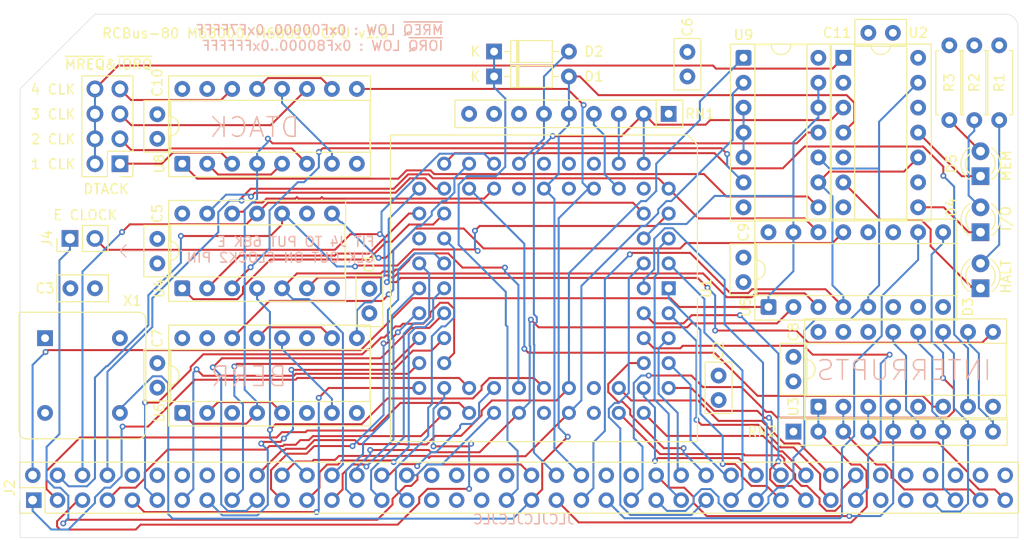
<source format=kicad_pcb>
(kicad_pcb (version 20241229) (generator "pcbnew") (generator_version "9.0")
  (layers (0 "F.Cu" signal) (4 "In1.Cu" power) (6 "In2.Cu" power) (2 "B.Cu" signal) (13 "F.Paste" user) (15 "B.Paste" user) (5 "F.SilkS" user "F.Silkscreen") (7 "B.SilkS" user "B.Silkscreen") (1 "F.Mask" user) (3 "B.Mask" user) (25 "Edge.Cuts" user))
  (net 0 "")
  (net 1 "/~{EXT_RESET}")
  (net 2 "GND")
  (net 3 "/~{HALT}")
  (net 4 "/~{RESET}")
  (net 5 "/D12")
  (net 6 "/A8")
  (net 7 "/A10")
  (net 8 "/D9")
  (net 9 "Net-(J2-CLOCK2)")
  (net 11 "/A14")
  (net 12 "/A9")
  (net 15 "/D11")
  (net 16 "+5V")
  (net 17 "/~{INT6}")
  (net 18 "/A4")
  (net 19 "/~{INT4}")
  (net 20 "/~{IORQ}")
  (net 21 "/D0")
  (net 22 "Net-(D3-A)")
  (net 23 "/~{RD}")
  (net 24 "/A11")
  (net 25 "/~{INT1}")
  (net 26 "/A23")
  (net 27 "/D5")
  (net 28 "/E")
  (net 29 "Net-(U5A-A1)")
  (net 30 "/A12")
  (net 31 "/D10")
  (net 32 "/D13")
  (net 33 "/~{INT5}")
  (net 34 "/A13")
  (net 35 "/~{UDS}")
  (net 36 "/A7")
  (net 37 "/D14")
  (net 38 "/~{INT2}")
  (net 39 "/D1")
  (net 40 "Net-(U5B-A1)")
  (net 42 "/A6")
  (net 43 "/A2")
  (net 44 "/D4")
  (net 46 "/A18")
  (net 47 "/A17")
  (net 48 "/~{INT7}")
  (net 49 "/D3")
  (net 50 "/A5")
  (net 51 "/A16")
  (net 52 "/D15")
  (net 53 "/A22")
  (net 56 "/A15")
  (net 57 "/A19")
  (net 58 "/~{MREQ}")
  (net 59 "/~{LDS}")
  (net 61 "/A1")
  (net 62 "/D7")
  (net 63 "/D8")
  (net 64 "/~{INT3}")
  (net 65 "/Q0")
  (net 66 "/Q1")
  (net 67 "/A20")
  (net 68 "/Q2")
  (net 69 "/SYSCLK")
  (net 70 "/~{AS}")
  (net 71 "/~{WR}")
  (net 72 "/D2")
  (net 73 "/A3")
  (net 74 "/~{DTACK}")
  (net 75 "/D6")
  (net 76 "/A21")
  (net 79 "/~{BGACK}")
  (net 80 "/~{BR}")
  (net 83 "/~{INT0}")
  (net 84 "/~{IPL1}")
  (net 85 "Net-(U1-VPA)")
  (net 89 "Net-(U1-FC0)")
  (net 90 "/~{IPL2}")
  (net 91 "/~{BERR}")
  (net 92 "Net-(U1-FC1)")
  (net 93 "Net-(U1-FC2)")
  (net 94 "/~{IPL0}")
  (net 95 "/R{slash}~{W}")
  (net 100 "Net-(J1-Pin_1)")
  (net 102 "Net-(D3-K)")
  (net 103 "Net-(J1-Pin_7)")
  (net 104 "Net-(J1-Pin_3)")
  (net 105 "Net-(J1-Pin_5)")
  (net 106 "Net-(D4-K)")
  (net 107 "/AS")
  (net 109 "Net-(D4-A)")
  (net 110 "Net-(D5-A)")
  (net 112 "/DQ0")
  (net 113 "/DQ1")
  (net 114 "/DQ2")
  (net 130 "Net-(D5-K)")
  (net 131 "Net-(J1-Pin_2)")
  (net 132 "Net-(U4-Pad3)")
  (net 133 "Net-(U8-~{Mr})")
  (net 134 "Net-(U9-Pad3)")
  (footprint "Package_LCC:PLCC-68_THT-Socket" (layer "F.Cu") (at 156.21 85.09 -90)
    (property "Reference" "U1")
    (property "Value" "MC68000FN")
  )
  (footprint "Package_DIP:DIP-16_W7.62mm_Socket" (layer "F.Cu") (at 166.37 86.995 90)
    (property "Reference" "U5")
    (property "Value" "74LS139")
  )
  (footprint "Capacitor_THT:C_Disc_D5.0mm_W2.5mm_P2.50mm" (layer "F.Cu") (at 179.04 59.055 180)
    (property "Reference" "C11")
    (property "Value" "100n")
  )
  (footprint "Connector_PinHeader_2.54mm:PinHeader_1x02_P2.54mm_Vertical" (layer "F.Cu") (at 95.245 80.01 90)
    (property "Reference" "J4")
    (property "Value" "Conn_01x02")
  )
  (footprint "Oscillator:Oscillator_DIP-8" (layer "F.Cu") (at 92.71 90.17 -90)
    (property "Reference" "X1")
    (property "Value" "CXO_DIP8")
  )
  (footprint "Package_DIP:DIP-16_W7.62mm_Socket" (layer "F.Cu") (at 106.68 97.79 90)
    (property "Reference" "U6")
    (property "Value" "74LS175")
  )
  (footprint "Capacitor_THT:C_Disc_D5.0mm_W2.5mm_P2.50mm" (layer "F.Cu") (at 163.82 81.955 -90)
    (property "Reference" "C9")
    (property "Value" "100n")
  )
  (footprint "Resistor_THT:R_Axial_DIN0207_L6.3mm_D2.5mm_P7.62mm_Horizontal" (layer "F.Cu") (at 187.325 60.325 -90)
    (property "Reference" "R2")
    (property "Value" "1K" (hide yes))
  )
  (footprint "Capacitor_THT:C_Disc_D5.0mm_W2.5mm_P2.50mm" (layer "F.Cu") (at 161.29 96.48 90)
    (property "Reference" "C2")
    (property "Value" "100n")
  )
  (footprint "Capacitor_THT:C_Disc_D5.0mm_W2.5mm_P2.50mm" (layer "F.Cu") (at 104.14 69.85 90)
    (property "Reference" "C10")
    (property "Value" "100n")
  )
  (footprint "Package_DIP:DIP-16_W7.62mm_Socket" (layer "F.Cu") (at 106.68 72.39 90)
    (property "Reference" "U8")
    (property "Value" "74LS175")
  )
  (footprint "Package_DIP:DIP-14_W7.62mm_Socket" (layer "F.Cu") (at 106.68 85.09 90)
    (property "Reference" "U4")
    (property "Value" "74LS10")
  )
  (footprint "Connector_PinHeader_2.54mm:PinHeader_2x04_P2.54mm_Vertical" (layer "F.Cu") (at 100.33 72.39 180)
    (property "Reference" "J1" (hide yes))
    (property "Value" "Conn_02x04_Odd_Even")
  )
  (footprint "Capacitor_THT:C_Disc_D5.0mm_W2.5mm_P2.50mm" (layer "F.Cu") (at 104.14 95.21 90)
    (property "Reference" "C7")
    (property "Value" "100n")
  )
  (footprint "MyLibrary2023:DIP-14_W7.62mm_Socket" (layer "F.Cu") (at 173.99 61.595)
    (property "Reference" "U2")
    (property "Value" "74LS125")
  )
  (footprint "Capacitor_THT:C_Disc_D5.0mm_W2.5mm_P2.50mm" (layer "F.Cu") (at 104.14 80.05 -90)
    (property "Reference" "C5")
    (property "Value" "100n")
  )
  (footprint "LED_THT:LED_D3.0mm" (layer "F.Cu") (at 187.96 85.09 90)
    (property "Reference" "D3")
    (property "Value" "LED" (hide yes))
  )
  (footprint "MyLibrary2023:RCBus_80p_Medium" (layer "F.Cu") (at 90.17 110.49)
    (property "Reference" "J2")
    (property "Value" "RCBus_80PIN_68000")
    (fp_line (start 0 -45.72) (end 0 0) (stroke (width 0.05)) (layer "Edge.Cuts"))
    (fp_line (start 0 0) (end 101.6 0) (stroke (width 0.05)) (layer "Edge.Cuts"))
    (fp_line (start 7.62 -53.34) (end 0 -45.72) (stroke (width 0.05)) (layer "Edge.Cuts"))
    (fp_line (start 100.33 -53.34) (end 7.62 -53.34) (stroke (width 0.05)) (layer "Edge.Cuts"))
    (fp_line (start 101.6 0) (end 101.6 -52.07) (stroke (width 0.05)) (layer "Edge.Cuts"))
    (fp_arc (start 100.33 -53.34) (mid 101.228026 -52.968026) (end 101.6 -52.07) (stroke (width 0.05)) (layer "Edge.Cuts"))
  )
  (footprint "Package_DIP:DIP-14_W7.62mm_Socket" (layer "F.Cu") (at 163.83 61.595)
    (property "Reference" "U9")
    (property "Value" "74LS00")
  )
  (footprint "LED_THT:LED_D3.0mm" (layer "F.Cu") (at 187.96 73.66 90)
    (property "Reference" "D5")
    (property "Value" "LED" (hide yes))
  )
  (footprint "Package_DIP:DIP-16_W7.62mm_Socket" (layer "F.Cu") (at 171.45 97.155 90)
    (property "Reference" "U3")
    (property "Value" "74LS148")
  )
  (footprint "Capacitor_THT:C_Disc_D5.0mm_W2.5mm_P2.50mm" (layer "F.Cu") (at 95.29 85.09)
    (property "Reference" "C3")
    (property "Value" "100n")
  )
  (footprint "Resistor_THT:R_Axial_DIN0207_L6.3mm_D2.5mm_P7.62mm_Horizontal" (layer "F.Cu") (at 189.865 60.325 -90)
    (property "Reference" "R1")
    (property "Value" "1K" (hide yes))
  )
  (footprint "Resistor_THT:R_Array_SIP9" (layer "F.Cu") (at 156.21 67.31 180)
    (property "Reference" "RN1")
    (property "Value" "4K7")
  )
  (footprint "Diode_THT:D_DO-35_SOD27_P7.62mm_Horizontal" (layer "F.Cu") (at 138.43 60.96)
    (property "Reference" "D2")
    (property "Value" "BAT43")
  )
  (footprint "Capacitor_THT:C_Disc_D5.0mm_W2.5mm_P2.50mm" (layer "F.Cu") (at 168.91 92.075 -90)
    (property "Reference" "C8")
    (property "Value" "100n")
  )
  (footprint "Resistor_THT:R_Array_SIP9" (layer "F.Cu") (at 168.91 99.695)
    (property "Reference" "RN2")
    (property "Value" "10K")
  )
  (footprint "Diode_THT:D_DO-35_SOD27_P7.62mm_Horizontal" (layer "F.Cu") (at 138.43 63.5)
    (property "Reference" "D1")
    (property "Value" "BAT43")
  )
  (footprint "Resistor_THT:R_Axial_DIN0207_L6.3mm_D2.5mm_P7.62mm_Horizontal" (layer "F.Cu") (at 184.785 60.325 -90)
    (property "Reference" "R3")
    (property "Value" "1K")
  )
  (footprint "Capacitor_THT:C_Disc_D5.0mm_W2.5mm_P2.50mm" (layer "F.Cu") (at 158.115 61 -90)
    (property "Reference" "C6")
    (property "Value" "100n")
  )
  (footprint "LED_THT:LED_D3.0mm" (layer "F.Cu") (at 187.96 79.375 90)
    (property "Reference" "D4")
    (property "Value" "LED" (hide yes))
  )
  (footprint "Capacitor_THT:C_Disc_D5.0mm_W2.5mm_P2.50mm" (layer "F.Cu") (at 125.73 85.13 -90)
    (property "Reference" "C1")
    (property "Value" "100n")
  )
  (gr_line (start 106.68 81.28) (end 100.33 81.28) (stroke (width 0.1)) (layer "B.SilkS"))
  (gr_line (start 100.33 81.28) (end 100.965 80.645) (stroke (width 0.1)) (layer "B.SilkS"))
  (gr_line (start 100.33 81.28) (end 100.965 81.915) (stroke (width 0.1)) (layer "B.SilkS"))
  (gr_text "RCBus-80 M68000/M68010 CPU v1.0" (at 98.425 59.69 0) (layer "F.SilkS") (effects (font (size 1 1)) (justify left bottom)))
  (gr_text "3 CLK" (at 95.885 67.945 0) (layer "F.SilkS") (effects (font (size 1 1)) (justify right bottom)))
  (gr_text "DTACK" (at 96.52 75.565 0) (layer "F.SilkS") (effects (font (size 1 1)) (justify left bottom)))
  (gr_text "E CLOCK" (at 93.445 78.21 0) (layer "F.SilkS") (effects (font (size 1 1)) (justify left bottom)))
  (gr_text "HALT" (at 191.135 85.725 90) (layer "F.SilkS") (effects (font (size 1 1)) (justify left bottom)))
  (gr_text "1 CLK" (at 95.885 73.025 0) (layer "F.SilkS") (effects (font (size 1 1)) (justify right bottom)))
  (gr_text "~{MREQ}&~{IORQ}" (at 94.615 62.865 0) (layer "F.SilkS") (effects (font (size 1 1)) (justify left bottom)))
  (gr_text "I/O" (at 191.135 79.375 90) (layer "F.SilkS") (effects (font (size 1 1)) (justify left bottom)))
  (gr_text "4 CLK" (at 95.885 65.405 0) (layer "F.SilkS") (effects (font (size 1 1)) (justify right bottom)))
  (gr_text "2 CLK" (at 95.885 70.485 0) (layer "F.SilkS") (effects (font (size 1 1)) (justify right bottom)))
  (gr_text "MEM" (at 191.135 74.295 90) (layer "F.SilkS") (effects (font (size 1 1)) (justify left bottom)))
  (gr_text "DTACK" (at 118.745 69.85 0) (layer "B.SilkS") (effects (font (size 2 2)) (justify left bottom mirror)))
  (gr_text "FIT J4 TO PUT 68K E\nCLK OUT ON CLOCK2 PIN" (at 126.365 82.55 0) (layer "B.SilkS") (effects (font (size 1 1)) (justify left bottom mirror)))
  (gr_text "~{MREQ} LOW : 0xF00000..0xF7FFFF\n~{IORQ} LOW : 0xF80000..0xFFFFFF" (at 133.35 60.96 0) (layer "B.SilkS") (effects (font (size 1 1)) (justify left bottom mirror)))
  (gr_text "BERR" (at 117.475 95.25 0) (layer "B.SilkS") (effects (font (size 2 2)) (justify left bottom mirror)))
  (gr_text "JLCJLCJLCJLC" (at 146.685 109.22 0) (layer "B.SilkS") (effects (font (size 1 1)) (justify left bottom mirror)))
  (gr_text "INTERRUPTS" (at 189.23 94.615 0) (layer "B.SilkS") (effects (font (size 2 2)) (justify left bottom mirror)))
  (segment (start 138.43 60.96) (end 138.43 63.5) (width 0.2032) (layer "B.Cu") (net 1))
  (segment (start 138.6174 73.66) (end 139.5715 72.7059) (width 0.2032) (layer "B.Cu") (net 1))
  (segment (start 134.8232 74.514) (end 135.6772 73.66) (width 0.2032) (layer "B.Cu") (net 1))
  (segment (start 139.6256 88.8382) (end 139.7933 89.0059) (width 0.2032) (layer "B.Cu") (net 1))
  (segment (start 134.8232 80.6554) (end 139.6256 85.4578) (width 0.2032) (layer "B.Cu") (net 1))
  (segment (start 139.5715 65.7448) (end 138.43 64.6033) (width 0.2032) (layer "B.Cu") (net 1))
  (segment (start 139.7933 89.0059) (end 139.7933 100.6391) (width 0.2032) (layer "B.Cu") (net 1))
  (segment (start 138.43 63.5) (end 138.43 64.6033) (width 0.2032) (layer "B.Cu") (net 1))
  (segment (start 140.8291 101.6749) (end 140.8291 105.5509) (width 0.2032) (layer "B.Cu") (net 1))
  (segment (start 140.8291 105.5509) (end 139.7 106.68) (width 0.2032) (layer "B.Cu") (net 1))
  (segment (start 139.7933 100.6391) (end 140.8291 101.6749) (width 0.2032) (layer "B.Cu") (net 1))
  (segment (start 139.6256 85.4578) (end 139.6256 88.8382) (width 0.2032) (layer "B.Cu") (net 1))
  (segment (start 139.5715 72.7059) (end 139.5715 65.7448) (width 0.2032) (layer "B.Cu") (net 1))
  (segment (start 135.6772 73.66) (end 138.6174 73.66) (width 0.2032) (layer "B.Cu") (net 1))
  (segment (start 134.8232 80.6554) (end 134.8232 74.514) (width 0.2032) (layer "B.Cu") (net 1))
  (segment (start 146.05 63.5) (end 147.1533 63.5) (width 0.2032) (layer "F.Cu") (net 3))
  (segment (start 175.1044 68.1006) (end 173.99 69.215) (width 0.2032) (layer "F.Cu") (net 3))
  (segment (start 149.0583 65.405) (end 174.3375 65.405) (width 0.2032) (layer "F.Cu") (net 3))
  (segment (start 175.1044 66.1719) (end 175.1044 68.1006) (width 0.2032) (layer "F.Cu") (net 3))
  (segment (start 174.3375 65.405) (end 175.1044 66.1719) (width 0.2032) (layer "F.Cu") (net 3))
  (segment (start 147.1533 63.5) (end 149.0583 65.405) (width 0.2032) (layer "F.Cu") (net 3))
  (segment (start 144.5737 75.9937) (end 144.5737 101.3937) (width 0.2032) (layer "B.Cu") (net 3))
  (segment (start 143.51 74.93) (end 145.0087 73.4313) (width 0.2032) (layer "B.Cu") (net 3))
  (segment (start 145.0087 69.4546) (end 146.05 68.4133) (width 0.2032) (layer "B.Cu") (net 3))
  (segment (start 144.5737 101.3937) (end 147.32 104.14) (width 0.2032) (layer "B.Cu") (net 3))
  (segment (start 145.0087 73.4313) (end 145.0087 69.4546) (width 0.2032) (layer "B.Cu") (net 3))
  (segment (start 143.51 74.93) (end 144.5737 75.9937) (width 0.2032) (layer "B.Cu") (net 3))
  (segment (start 146.05 67.31) (end 146.05 63.5) (width 0.2032) (layer "B.Cu") (net 3))
  (segment (start 146.05 67.31) (end 146.05 68.4133) (width 0.2032) (layer "B.Cu") (net 3))
  (segment (start 140.97 72.39) (end 143.51 69.85) (width 0.2032) (layer "B.Cu") (net 4))
  (segment (start 146.05 60.96) (end 143.51 63.5) (width 0.2032) (layer "B.Cu") (net 4))
  (segment (start 143.51 69.85) (end 143.51 67.31) (width 0.2032) (layer "B.Cu") (net 4))
  (segment (start 143.51 63.5) (end 143.51 67.31) (width 0.2032) (layer "B.Cu") (net 4))
  (segment (start 165.2388 97.5833) (end 165.94 98.2845) (width 0.2032) (layer "F.Cu") (net 5))
  (segment (start 158.4998 95.2501) (end 160.833 97.5833) (width 0.2032) (layer "F.Cu") (net 5))
  (segment (start 158.4998 95.25) (end 158.4998 95.2501) (width 0.2032) (layer "F.Cu") (net 5))
  (segment (start 156.21 95.25) (end 158.4998 95.25) (width 0.2032) (layer "F.Cu") (net 5))
  (segment (start 160.833 97.5833) (end 165.2388 97.5833) (width 0.2032) (layer "F.Cu") (net 5))
  (segment (start 165.94 98.2845) (end 166.4199 98.2845) (width 0.2032) (layer "F.Cu") (net 5))
  (via (at 166.4199 98.2845) (size 0.6) (drill 0.3) (layers "F.Cu" "B.Cu") (net 5))
  (segment (start 166.6965 98.5611) (end 166.6965 103.1965) (width 0.2032) (layer "B.Cu") (net 5))
  (segment (start 166.6965 103.1965) (end 167.64 104.14) (width 0.2032) (layer "B.Cu") (net 5))
  (segment (start 166.4199 98.2845) (end 166.6965 98.5611) (width 0.2032) (layer "B.Cu") (net 5))
  (segment (start 128.1836 92.7964) (end 112.2348 92.7964) (width 0.2032) (layer "F.Cu") (net 6))
  (segment (start 112.2348 92.7964) (end 111.982 93.0492) (width 0.2032) (layer "F.Cu") (net 6))
  (segment (start 130.81 90.17) (end 128.1836 92.7964) (width 0.2032) (layer "F.Cu") (net 6))
  (via (at 111.982 93.0492) (size 0.6) (drill 0.3) (layers "F.Cu" "B.Cu") (net 6))
  (segment (start 111.76 106.68) (end 112.8633 105.5767) (width 0.2032) (layer "B.Cu") (net 6))
  (segment (start 112.8633 96.9187) (end 111.982 96.0374) (width 0.2032) (layer "B.Cu") (net 6))
  (segment (start 111.982 96.0374) (end 111.982 93.0492) (width 0.2032) (layer "B.Cu") (net 6))
  (segment (start 112.8633 105.5767) (end 112.8633 96.9187) (width 0.2032) (layer "B.Cu") (net 6))
  (segment (start 118.0457 94.003) (end 118.2441 93.8046) (width 0.2032) (layer "F.Cu") (net 7))
  (segment (start 129.7154 93.8046) (end 130.81 92.71) (width 0.2032) (layer "F.Cu") (net 7))
  (segment (start 108.7929 94.003) (end 118.0457 94.003) (width 0.2032) (layer "F.Cu") (net 7))
  (segment (start 108.1408 93.3509) (end 108.7929 94.003) (width 0.2032) (layer "F.Cu") (net 7))
  (segment (start 118.2441 93.8046) (end 129.7154 93.8046) (width 0.2032) (layer "F.Cu") (net 7))
  (via (at 108.1408 93.3509) (size 0.6) (drill 0.3) (layers "F.Cu" "B.Cu") (net 7))
  (segment (start 106.68 106.68) (end 107.8073 105.5527) (width 0.2032) (layer "B.Cu") (net 7))
  (segment (start 107.8073 105.5527) (end 107.8073 93.6844) (width 0.2032) (layer "B.Cu") (net 7))
  (segment (start 107.8073 93.6844) (end 108.1408 93.3509) (width 0.2032) (layer "B.Cu") (net 7))
  (segment (start 155.7138 101.3839) (end 152.2934 97.9635) (width 0.2032) (layer "F.Cu") (net 8))
  (segment (start 151.0439 96.657) (end 150.0543 95.6674) (width 0.2032) (layer "F.Cu") (net 8))
  (segment (start 150.0543 94.8442) (end 152.1885 92.71) (width 0.2032) (layer "F.Cu") (net 8))
  (segment (start 157.731 101.3839) (end 155.7138 101.3839) (width 0.2032) (layer "F.Cu") (net 8))
  (segment (start 150.0543 95.6674) (end 150.0543 94.8442) (width 0.2032) (layer "F.Cu") (net 8))
  (segment (start 151.5156 96.657) (end 151.0439 96.657) (width 0.2032) (layer "F.Cu") (net 8))
  (segment (start 152.2934 97.9635) (end 152.2934 97.4348) (width 0.2032) (layer "F.Cu") (net 8))
  (segment (start 152.1885 92.71) (end 153.67 92.71) (width 0.2032) (layer "F.Cu") (net 8))
  (segment (start 152.2934 97.4348) (end 151.5156 96.657) (width 0.2032) (layer "F.Cu") (net 8))
  (via (at 157.731 101.3839) (size 0.6) (drill 0.3) (layers "F.Cu" "B.Cu") (net 8))
  (segment (start 160.02 104.14) (end 157.731 101.851) (width 0.2032) (layer "B.Cu") (net 8))
  (segment (start 157.731 101.851) (end 157.731 101.3839) (width 0.2032) (layer "B.Cu") (net 8))
  (segment (start 130.6307 104.0401) (end 130.6307 104.5919) (width 0.2032) (layer "F.Cu") (net 9))
  (segment (start 141.1414 103.0414) (end 131.6294 103.0414) (width 0.2032) (layer "F.Cu") (net 9))
  (segment (start 128.0907 107.1319) (end 126.5449 108.6777) (width 0.2032) (layer "F.Cu") (net 9))
  (segment (start 130.6307 104.5919) (end 129.9919 105.2307) (width 0.2032) (layer "F.Cu") (net 9))
  (segment (start 129.9919 105.2307) (end 129.3996 105.2307) (width 0.2032) (layer "F.Cu") (net 9))
  (segment (start 94.9337 108.6777) (end 94.5614 109.05) (width 0.2032) (layer "F.Cu") (net 9))
  (segment (start 128.0907 106.5396) (end 128.0907 107.1319) (width 0.2032) (layer "F.Cu") (net 9))
  (segment (start 142.24 104.14) (end 141.1414 103.0414) (width 0.2032) (layer "F.Cu") (net 9))
  (segment (start 131.6294 103.0414) (end 130.6307 104.0401) (width 0.2032) (layer "F.Cu") (net 9))
  (segment (start 129.3996 105.2307) (end 128.0907 106.5396) (width 0.2032) (layer "F.Cu") (net 9))
  (segment (start 126.5449 108.6777) (end 94.9337 108.6777) (width 0.2032) (layer "F.Cu") (net 9))
  (via (at 94.5614 109.05) (size 0.6) (drill 0.3) (layers "F.Cu" "B.Cu") (net 9))
  (segment (start 95.245 80.01) (end 95.245 81.1633) (width 0.2032) (layer "B.Cu") (net 9))
  (segment (start 93.662 105.41) (end 94.2709 105.41) (width 0.2032) (layer "B.Cu") (net 9))
  (segment (start 94.5602 109.0488) (end 95.0778 108.5312) (width 0.2032) (layer "B.Cu") (net 9))
  (segment (start 95.0778 106.2169) (end 95.0778 108.5312) (width 0.2032) (layer "B.Cu") (net 9))
  (segment (start 94.2709 105.41) (end 95.0778 106.2169) (width 0.2032) (layer "B.Cu") (net 9))
  (segment (start 94.1731 99.9477) (end 92.8662 101.2546) (width 0.2032) (layer "B.Cu") (net 9))
  (segment (start 94.5602 109.0488) (end 94.5614 109.05) (width 0.2032) (layer "B.Cu") (net 9))
  (segment (start 92.8662 104.6142) (end 93.662 105.41) (width 0.2032) (layer "B.Cu") (net 9))
  (segment (start 95.245 81.1633) (end 94.1731 82.2352) (width 0.2032) (layer "B.Cu") (net 9))
  (segment (start 94.1731 82.2352) (end 94.1731 99.9477) (width 0.2032) (layer "B.Cu") (net 9))
  (segment (start 92.8662 101.2546) (end 92.8662 104.6142) (width 0.2032) (layer "B.Cu") (net 9))
  (segment (start 131.6521 105.5299) (end 135.89 105.5299) (width 0.2032) (layer "F.Cu") (net 11))
  (segment (start 94.2375 109.6782) (end 101.9385 109.6782) (width 0.2032) (layer "F.Cu") (net 11))
  (segment (start 130.81 106.372) (end 131.6521 105.5299) (width 0.2032) (layer "F.Cu") (net 11))
  (segment (start 132.2592 101.1968) (end 135.8284 101.1968) (width 0.2032) (layer "F.Cu") (net 11))
  (segment (start 130.81 106.9796) (end 130.81 106.372) (width 0.2032) (layer "F.Cu") (net 11))
  (segment (start 93.9356 109.3763) (end 94.2375 109.6782) (width 0.2032) (layer "F.Cu") (net 11))
  (segment (start 102.4376 109.1791) (end 128.6105 109.1791) (width 0.2032) (layer "F.Cu") (net 11))
  (segment (start 96.078 106.68) (end 93.9356 108.8224) (width 0.2032) (layer "F.Cu") (net 11))
  (segment (start 101.9385 109.6782) (end 102.4376 109.1791) (width 0.2032) (layer "F.Cu") (net 11))
  (segment (start 128.6105 109.1791) (end 130.81 106.9796) (width 0.2032) (layer "F.Cu") (net 11))
  (segment (start 93.9356 108.8224) (end 93.9356 109.3763) (width 0.2032) (layer "F.Cu") (net 11))
  (segment (start 135.8284 101.1968) (end 136.0931 100.9321) (width 0.2032) (layer "F.Cu") (net 11))
  (via (at 136.0931 100.9321) (size 0.6) (drill 0.3) (layers "F.Cu" "B.Cu") (net 11))
  (via (at 135.89 105.5299) (size 0.6) (drill 0.3) (layers "F.Cu" "B.Cu") (net 11))
  (via (at 132.2592 101.1968) (size 0.6) (drill 0.3) (layers "F.Cu" "B.Cu") (net 11))
  (segment (start 136.0931 100.9321) (end 135.89 101.1352) (width 0.2032) (layer "B.Cu") (net 11))
  (segment (start 132.2592 97.3718) (end 132.2592 101.1968) (width 0.2032) (layer "B.Cu") (net 11))
  (segment (start 135.89 101.1352) (end 135.89 105.5299) (width 0.2032) (layer "B.Cu") (net 11))
  (segment (start 133.35 96.281) (end 132.2592 97.3718) (width 0.2032) (layer "B.Cu") (net 11))
  (segment (start 133.35 95.25) (end 133.35 96.281) (width 0.2032) (layer "B.Cu") (net 11))
  (segment (start 114.8886 100.7474) (end 114.7213 100.9147) (width 0.2032) (layer "F.Cu") (net 12))
  (segment (start 132.08 91.44) (end 133.35 90.17) (width 0.2032) (layer "F.Cu") (net 12))
  (segment (start 117.7958 93.3997) (end 128.2175 93.3997) (width 0.2032) (layer "F.Cu") (net 12))
  (segment (start 128.2175 93.3997) (end 130.1772 91.44) (width 0.2032) (layer "F.Cu") (net 12))
  (segment (start 117.0313 100.3958) (end 116.6797 100.7474) (width 0.2032) (layer "F.Cu") (net 12))
  (segment (start 130.1772 91.44) (end 132.08 91.44) (width 0.2032) (layer "F.Cu") (net 12))
  (segment (start 116.6797 100.7474) (end 114.8886 100.7474) (width 0.2032) (layer "F.Cu") (net 12))
  (via (at 117.7958 93.3997) (size 0.6) (drill 0.3) (layers "F.Cu" "B.Cu") (net 12))
  (via (at 117.0313 100.3958) (size 0.6) (drill 0.3) (layers "F.Cu" "B.Cu") (net 12))
  (via (at 114.7213 100.9147) (size 0.6) (drill 0.3) (layers "F.Cu" "B.Cu") (net 12))
  (segment (start 115.3907 101.5841) (end 114.7213 100.9147) (width 0.2032) (layer "B.Cu") (net 12))
  (segment (start 117.7958 93.3997) (end 117.9529 93.5568) (width 0.2032) (layer "B.Cu") (net 12))
  (segment (start 109.22 106.68) (end 110.7761 108.2361) (width 0.2032) (layer "B.Cu") (net 12))
  (segment (start 114.3219 108.2361) (end 115.3907 107.1673) (width 0.2032) (layer "B.Cu") (net 12))
  (segment (start 117.9529 93.5568) (end 117.9529 99.4742) (width 0.2032) (layer "B.Cu") (net 12))
  (segment (start 110.7761 108.2361) (end 114.3219 108.2361) (width 0.2032) (layer "B.Cu") (net 12))
  (segment (start 117.9529 99.4742) (end 117.0313 100.3958) (width 0.2032) (layer "B.Cu") (net 12))
  (segment (start 115.3907 107.1673) (end 115.3907 101.5841) (width 0.2032) (layer "B.Cu") (net 12))
  (segment (start 165.1 104.14) (end 163.3553 102.3953) (width 0.2032) (layer "F.Cu") (net 15))
  (segment (start 163.3553 102.3953) (end 155.0928 102.3953) (width 0.2032) (layer "F.Cu") (net 15))
  (segment (start 155.0928 102.3953) (end 154.8122 102.6759) (width 0.2032) (layer "F.Cu") (net 15))
  (via (at 154.8122 102.6759) (size 0.6) (drill 0.3) (layers "F.Cu" "B.Cu") (net 15))
  (segment (start 154.8122 102.6759) (end 154.8122 97.2547) (width 0.2032) (layer "B.Cu") (net 15))
  (segment (start 153.67 96.1125) (end 153.67 95.25) (width 0.2032) (layer "B.Cu") (net 15))
  (segment (start 154.8122 97.2547) (end 153.67 96.1125) (width 0.2032) (layer "B.Cu") (net 15))
  (segment (start 187.8041 105.5893) (end 186.69 104.4752) (width 0.2032) (layer "F.Cu") (net 17))
  (segment (start 186.69 104.4752) (end 186.69 103.8516) (width 0.2032) (layer "F.Cu") (net 17))
  (segment (start 189.4093 105.5893) (end 187.8041 105.5893) (width 0.2032) (layer "F.Cu") (net 17))
  (segment (start 186.69 103.8516) (end 183.6367 100.7983) (width 0.2032) (layer "F.Cu") (net 17))
  (segment (start 190.5 106.68) (end 189.4093 105.5893) (width 0.2032) (layer "F.Cu") (net 17))
  (segment (start 183.6367 100.7983) (end 177.6333 100.7983) (width 0.2032) (layer "F.Cu") (net 17))
  (segment (start 177.6333 100.7983) (end 176.53 99.695) (width 0.2032) (layer "F.Cu") (net 17))
  (segment (start 176.53 99.695) (end 176.53 97.155) (width 0.2032) (layer "B.Cu") (net 17))
  (segment (start 121.92 106.68) (end 123.0107 105.5893) (width 0.2032) (layer "F.Cu") (net 18))
  (segment (start 123.0107 104.0108) (end 123.9722 103.0493) (width 0.2032) (layer "F.Cu") (net 18))
  (segment (start 125.2146 103.0493) (end 125.426 103.2607) (width 0.2032) (layer "F.Cu") (net 18))
  (segment (start 123.9722 103.0493) (end 125.2146 103.0493) (width 0.2032) (layer "F.Cu") (net 18))
  (segment (start 123.0107 105.5893) (end 123.0107 104.0108) (width 0.2032) (layer "F.Cu") (net 18))
  (via (at 125.426 103.2607) (size 0.6) (drill 0.3) (layers "F.Cu" "B.Cu") (net 18))
  (segment (start 125.426 103.2607) (end 128.1858 100.5009) (width 0.2032) (layer "B.Cu") (net 18))
  (segment (start 128.1858 90.2913) (end 128.0593 90.1648) (width 0.2032) (layer "B.Cu") (net 18))
  (segment (start 128.0593 90.1648) (end 128.0593 89.8617) (width 0.2032) (layer "B.Cu") (net 18))
  (segment (start 128.1858 100.5009) (end 128.1858 90.2913) (width 0.2032) (layer "B.Cu") (net 18))
  (segment (start 128.0593 89.8617) (end 128.0264 89.8288) (width 0.2032) (layer "B.Cu") (net 18))
  (segment (start 128.0264 87.8736) (end 130.81 85.09) (width 0.2032) (layer "B.Cu") (net 18))
  (segment (start 128.0264 89.8288) (end 128.0264 87.8736) (width 0.2032) (layer "B.Cu") (net 18))
  (segment (start 176.3788 104.6238) (end 176.3788 107.3701) (width 0.2032) (layer "F.Cu") (net 19))
  (segment (start 176.35 103.688507) (end 176.35 104.591493) (width 0.2032) (layer "F.Cu") (net 19))
  (segment (start 147.0483 108.9483) (end 144.78 106.68) (width 0.2032) (layer "F.Cu") (net 19))
  (segment (start 175.711493 103.05) (end 176.35 103.688507) (width 0.2032) (layer "F.Cu") (net 19))
  (segment (start 171.45 99.695) (end 174.806754 103.051754) (width 0.2032) (layer "F.Cu") (net 19))
  (segment (start 174.808507 103.05) (end 175.711493 103.05) (width 0.2032) (layer "F.Cu") (net 19))
  (segment (start 174.8006 108.9483) (end 147.0483 108.9483) (width 0.2032) (layer "F.Cu") (net 19))
  (segment (start 174.806754 103.051754) (end 174.808507 103.05) (width 0.2032) (layer "F.Cu") (net 19))
  (segment (start 176.3788 107.3701) (end 174.8006 108.9483) (width 0.2032) (layer "F.Cu") (net 19))
  (segment (start 176.348247 104.593247) (end 176.3788 104.6238) (width 0.2032) (layer "F.Cu") (net 19))
  (segment (start 176.35 104.591493) (end 176.348247 104.593247) (width 0.2032) (layer "F.Cu") (net 19))
  (segment (start 171.45 97.155) (end 171.45 99.695) (width 0.2032) (layer "B.Cu") (net 19))
  (segment (start 177.6333 84.7884) (end 176.53 85.8917) (width 0.2032) (layer "B.Cu") (net 20))
  (segment (start 171.45 71.755) (end 172.5785 72.8835) (width 0.2032) (layer "B.Cu") (net 20))
  (segment (start 167.9636 105.41) (end 167.3048 105.41) (width 0.2032) (layer "B.Cu") (net 20))
  (segment (start 159.5525 105.5539) (end 158.75 106.3564) (width 0.2032) (layer "B.Cu") (net 20))
  (segment (start 158.75 106.3564) (end 158.75 106.9526) (width 0.2032) (layer "B.Cu") (net 20))
  (segment (start 170.0373 89.3722) (end 170.0373 101.2372) (width 0.2032) (layer "B.Cu") (net 20))
  (segment (start 161.29 106.3564) (end 160.4875 105.5539) (width 0.2032) (layer "B.Cu") (net 20))
  (segment (start 168.91 104.4636) (end 167.9636 105.41) (width 0.2032) (layer "B.Cu") (net 20))
  (segment (start 160.4875 105.5539) (end 159.5525 105.5539) (width 0.2032) (layer "B.Cu") (net 20))
  (segment (start 171.1445 88.265) (end 170.0373 89.3722) (width 0.2032) (layer "B.Cu") (net 20))
  (segment (start 167.3048 105.41) (end 166.37 106.3448) (width 0.2032) (layer "B.Cu") (net 20))
  (segment (start 157.9223 107.7803) (end 156.0403 107.7803) (width 0.2032) (layer "B.Cu") (net 20))
  (segment (start 177.6333 68.1117) (end 177.6333 72.8835) (width 0.2032) (layer "B.Cu") (net 20))
  (segment (start 177.6333 72.8835) (end 177.6333 84.7884) (width 0.2032) (layer "B.Cu") (net 20))
  (segment (start 162.1033 107.783) (end 161.29 106.9697) (width 0.2032) (layer "B.Cu") (net 20))
  (segment (start 172.5785 72.8835) (end 177.6333 72.8835) (width 0.2032) (layer "B.Cu") (net 20))
  (segment (start 176.53 86.4433) (end 174.7083 88.265) (width 0.2032) (layer "B.Cu") (net 20))
  (segment (start 166.37 106.3448) (end 166.37 106.968) (width 0.2032) (layer "B.Cu") (net 20))
  (segment (start 181.61 64.135) (end 177.6333 68.1117) (width 0.2032) (layer "B.Cu") (net 20))
  (segment (start 174.7083 88.265) (end 171.1445 88.265) (width 0.2032) (layer "B.Cu") (net 20))
  (segment (start 170.0373 101.2372) (end 168.91 102.3645) (width 0.2032) (layer "B.Cu") (net 20))
  (segment (start 168.91 102.3645) (end 168.91 104.4636) (width 0.2032) (layer "B.Cu") (net 20))
  (segment (start 165.555 107.783) (end 162.1033 107.783) (width 0.2032) (layer "B.Cu") (net 20))
  (segment (start 158.75 106.9526) (end 157.9223 107.7803) (width 0.2032) (layer "B.Cu") (net 20))
  (segment (start 166.37 106.968) (end 165.555 107.783) (width 0.2032) (layer "B.Cu") (net 20))
  (segment (start 156.0403 107.7803) (end 154.94 106.68) (width 0.2032) (layer "B.Cu") (net 20))
  (segment (start 161.29 106.9697) (end 161.29 106.3564) (width 0.2032) (layer "B.Cu") (net 20))
  (segment (start 176.53 86.4433) (end 176.53 85.8917) (width 0.2032) (layer "B.Cu") (net 20))
  (segment (start 154.7379 96.406) (end 156.21 97.8781) (width 0.2032) (layer "B.Cu") (net 21))
  (segment (start 155.1428 83.5291) (end 155.1428 81.0772) (width 0.2032) (layer "B.Cu") (net 21))
  (segment (start 156.21 105.41) (end 156.21 97.8781) (width 0.2032) (layer "B.Cu") (net 21))
  (segment (start 155.1428 81.0772) (end 156.21 80.01) (width 0.2032) (layer "B.Cu") (net 21))
  (segment (start 154.7775 96.3664) (end 154.7775 83.8944) (width 0.2032) (layer "B.Cu") (net 21))
  (segment (start 154.7379 96.406) (end 154.7775 96.3664) (width 0.2032) (layer "B.Cu") (net 21))
  (segment (start 157.48 106.68) (end 156.21 105.41) (width 0.2032) (layer "B.Cu") (net 21))
  (segment (start 154.7775 83.8944) (end 155.1428 83.5291) (width 0.2032) (layer "B.Cu") (net 21))
  (segment (start 189.865 67.945) (end 189.865 80.645) (width 0.2032) (layer "B.Cu") (net 22))
  (segment (start 189.865 80.645) (end 187.96 82.55) (width 0.2032) (layer "B.Cu") (net 22))
  (segment (start 166.127 97.6812) (end 163.6017 95.1559) (width 0.2032) (layer "F.Cu") (net 23))
  (segment (start 185.2533 97.6129) (end 184.5817 98.2845) (width 0.2032) (layer "F.Cu") (net 23))
  (segment (start 159.6954 95.1559) (end 158.5195 93.98) (width 0.2032) (layer "F.Cu") (net 23))
  (segment (start 184.5817 98.2845) (end 167.2731 98.2845) (width 0.2032) (layer "F.Cu") (net 23))
  (segment (start 184.15 94.2302) (end 185.2533 95.3335) (width 0.2032) (layer "F.Cu") (net 23))
  (segment (start 166.6698 97.6812) (end 166.127 97.6812) (width 0.2032) (layer "F.Cu") (net 23))
  (segment (start 158.5195 93.98) (end 154.1742 93.98) (width 0.2032) (layer "F.Cu") (net 23))
  (segment (start 185.2533 95.3335) (end 185.2533 97.6129) (width 0.2032) (layer "F.Cu") (net 23))
  (segment (start 167.2731 98.2845) (end 166.6698 97.6812) (width 0.2032) (layer "F.Cu") (net 23))
  (segment (start 163.6017 95.1559) (end 159.6954 95.1559) (width 0.2032) (layer "F.Cu") (net 23))
  (via (at 154.1742 93.98) (size 0.6) (drill 0.3) (layers "F.Cu" "B.Cu") (net 23))
  (via (at 184.15 94.2302) (size 0.6) (drill 0.3) (layers "F.Cu" "B.Cu") (net 23))
  (segment (start 153.543 101.2347) (end 153.543 105.537) (width 0.2032) (layer "B.Cu") (net 23))
  (segment (start 152.6538 94.7418) (end 152.6538 100.3455) (width 0.2032) (layer "B.Cu") (net 23))
  (segment (start 153.543 105.537) (end 152.4 106.68) (width 0.2032) (layer "B.Cu") (net 23))
  (segment (start 184.15 91.6622) (end 184.15 94.2302) (width 0.2032) (layer "B.Cu") (net 23))
  (segment (start 153.4156 93.98) (end 154.1742 93.98) (width 0.2032) (layer "B.Cu") (net 23))
  (segment (start 184.15 80.4783) (end 182.9813 81.647) (width 0.2032) (layer "B.Cu") (net 23))
  (segment (start 182.9813 90.4935) (end 184.15 91.6622) (width 0.2032) (layer "B.Cu") (net 23))
  (segment (start 153.4156 93.98) (end 152.6538 94.7418) (width 0.2032) (layer "B.Cu") (net 23))
  (segment (start 182.9813 81.647) (end 182.9813 90.4935) (width 0.2032) (layer "B.Cu") (net 23))
  (segment (start 152.6538 100.3455) (end 153.543 101.2347) (width 0.2032) (layer "B.Cu") (net 23))
  (segment (start 184.15 79.375) (end 184.15 80.4783) (width 0.2032) (layer "B.Cu") (net 23))
  (segment (start 107.5375 93.4108) (end 104.2088 96.7395) (width 0.2032) (layer "F.Cu") (net 24))
  (segment (start 129.1481 88.6976) (end 128.87 88.9757) (width 0.2032) (layer "F.Cu") (net 24))
  (segment (start 125.0175 91.8188) (end 108.8198 91.8188) (width 0.2032) (layer "F.Cu") (net 24))
  (segment (start 125.704 91.3294) (end 125.507 91.3294) (width 0.2032) (layer "F.Cu") (net 24))
  (segment (start 132.9357 86.5612) (end 131.9375 87.5594) (width 0.2032) (layer "F.Cu") (net 24))
  (segment (start 125.507 91.3294) (end 125.507 91.3293) (width 0.2032) (layer "F.Cu") (net 24))
  (segment (start 128.3799 88.9757) (end 127.25 90.1056) (width 0.2032) (layer "F.Cu") (net 24))
  (segment (start 128.87 88.9757) (end 128.3799 88.9757) (width 0.2032) (layer "F.Cu") (net 24))
  (segment (start 131.2277 88.6961) (end 129.7911 88.6961) (width 0.2032) (layer "F.Cu") (net 24))
  (segment (start 134.3645 87.1871) (end 133.7386 86.5612) (width 0.2032) (layer "F.Cu") (net 24))
  (segment (start 127.25 90.1056) (end 126.9278 90.1056) (width 0.2032) (layer "F.Cu") (net 24))
  (segment (start 133.35 92.71) (end 134.3645 91.6955) (width 0.2032) (layer "F.Cu") (net 24))
  (segment (start 129.7911 88.6961) (end 129.7896 88.6976) (width 0.2032) (layer "F.Cu") (net 24))
  (segment (start 108.8198 91.8188) (end 107.5375 93.1011) (width 0.2032) (layer "F.Cu") (net 24))
  (segment (start 107.5375 93.1011) (end 107.5375 93.4108) (width 0.2032) (layer "F.Cu") (net 24))
  (segment (start 134.3645 91.6955) (end 134.3645 87.1871) (width 0.2032) (layer "F.Cu") (net 24))
  (segment (start 126.9278 90.1056) (end 125.704 91.3294) (width 0.2032) (layer "F.Cu") (net 24))
  (segment (start 125.0175 91.8188) (end 125.507 91.3293) (width 0.2032) (layer "F.Cu") (net 24))
  (segment (start 133.7386 86.5612) (end 132.9357 86.5612) (width 0.2032) (layer "F.Cu") (net 24))
  (segment (start 129.7896 88.6976) (end 129.1481 88.6976) (width 0.2032) (layer "F.Cu") (net 24))
  (segment (start 131.9375 87.9863) (end 131.2277 88.6961) (width 0.2032) (layer "F.Cu") (net 24))
  (segment (start 131.9375 87.5594) (end 131.9375 87.9863) (width 0.2032) (layer "F.Cu") (net 24))
  (segment (start 104.2088 96.7395) (end 102.8912 96.7395) (width 0.2032) (layer "F.Cu") (net 24))
  (via (at 102.8912 96.7395) (size 0.6) (drill 0.3) (layers "F.Cu" "B.Cu") (net 24))
  (segment (start 104.14 106.68) (end 102.8912 105.4312) (width 0.2032) (layer "B.Cu") (net 24))
  (segment (start 102.8912 105.4312) (end 102.8912 96.7395) (width 0.2032) (layer "B.Cu") (net 24))
  (segment (start 186.69 99.695) (end 186.69 98.5917) (width 0.2032) (layer "B.Cu") (net 25))
  (segment (start 185.2533 97.293) (end 185.2533 91.7416) (width 0.2032) (layer "B.Cu") (net 25))
  (segment (start 186.69 98.5917) (end 186.552 98.5917) (width 0.2032) (layer "B.Cu") (net 25))
  (segment (start 184.15 89.535) (end 184.15 90.6383) (width 0.2032) (layer "B.Cu") (net 25))
  (segment (start 182.88 106.68) (end 184.035 107.835) (width 0.2032) (layer "B.Cu") (net 25))
  (segment (start 186.69 107.0457) (end 186.69 99.695) (width 0.2032) (layer "B.Cu") (net 25))
  (segment (start 186.552 98.5917) (end 185.2533 97.293) (width 0.2032) (layer "B.Cu") (net 25))
  (segment (start 184.035 107.835) (end 185.9007 107.835) (width 0.2032) (layer "B.Cu") (net 25))
  (segment (start 185.2533 91.7416) (end 184.15 90.6383) (width 0.2032) (layer "B.Cu") (net 25))
  (segment (start 185.9007 107.835) (end 186.69 107.0457) (width 0.2032) (layer "B.Cu") (net 25))
  (segment (start 144.78 96.52) (end 138.202 96.52) (width 0.2032) (layer "F.Cu") (net 26))
  (segment (start 117.2319 101.4443) (end 119.2637 101.4443) (width 0.2032) (layer "F.Cu") (net 26))
  (segment (start 116.8684 101.5716) (end 114.3 104.14) (width 0.2032) (layer "F.Cu") (net 26))
  (segment (start 131.5691 100.9968) (end 129.478 100.9968) (width 0.2032) (layer "F.Cu") (net 26))
  (segment (start 129.4381 100.9668) (end 124.6674 100.9668) (width 0.2032) (layer "F.Cu") (net 26))
  (segment (start 131.5691 100.9968) (end 132.4351 100.1308) (width 0.2032) (layer "F.Cu") (net 26))
  (segment (start 122.4393 100.5659) (end 122.4353 100.5619) (width 0.2032) (layer "F.Cu") (net 26))
  (segment (start 124.6674 100.9668) (end 124.2665 100.5659) (width 0.2032) (layer "F.Cu") (net 26))
  (segment (start 119.2637 101.4443) (end 120.1461 100.5619) (width 0.2032) (layer "F.Cu") (net 26))
  (segment (start 137.16 98.033) (end 135.0622 100.1308) (width 0.2032) (layer "F.Cu") (net 26))
  (segment (start 117.1046 101.5716) (end 116.8684 101.5716) (width 0.2032) (layer "F.Cu") (net 26))
  (segment (start 124.2665 100.5659) (end 122.4393 100.5659) (width 0.2032) (layer "F.Cu") (net 26))
  (segment (start 137.16 97.562) (end 137.16 98.033) (width 0.2032) (layer "F.Cu") (net 26))
  (segment (start 135.0622 100.1308) (end 132.4351 100.1308) (width 0.2032) (layer "F.Cu") (net 26))
  (segment (start 146.05 95.25) (end 144.78 96.52) (width 0.2032) (layer "F.Cu") (net 26))
  (segment (start 122.4353 100.5619) (end 120.1461 100.5619) (width 0.2032) (layer "F.Cu") (net 26))
  (segment (start 138.202 96.52) (end 137.16 97.562) (width 0.2032) (layer "F.Cu") (net 26))
  (segment (start 117.2319 101.4443) (end 117.1046 101.5716) (width 0.2032) (layer "F.Cu") (net 26))
  (segment (start 129.4731 101.0017) (end 129.478 100.9968) (width 0.2032) (layer "F.Cu") (net 26))
  (segment (start 129.4731 101.0017) (end 129.4381 100.9668) (width 0.2032) (layer "F.Cu") (net 26))
  (segment (start 153.3966 76.2) (end 146.05 83.5466) (width 0.2032) (layer "B.Cu") (net 26))
  (segment (start 159.385 67.945) (end 154.94 72.39) (width 0.2032) (layer "B.Cu") (net 26))
  (segment (start 159.385 66.04) (end 159.385 67.945) (width 0.2032) (layer "B.Cu") (net 26))
  (segment (start 153.9116 76.2) (end 153.3966 76.2) (width 0.2032) (layer "B.Cu") (net 26))
  (segment (start 154.94 75.1716) (end 153.9116 76.2) (width 0.2032) (layer "B.Cu") (net 26))
  (segment (start 154.94 72.39) (end 154.94 75.1716) (width 0.2032) (layer "B.Cu") (net 26))
  (segment (start 163.83 61.595) (end 159.385 66.04) (width 0.2032) (layer "B.Cu") (net 26))
  (segment (start 146.05 83.5466) (end 146.05 95.25) (width 0.2032) (layer "B.Cu") (net 26))
  (segment (start 163.4654 87.8294) (end 158.5571 87.8294) (width 0.2032) (layer "F.Cu") (net 27))
  (segment (start 157.7227 88.6638) (end 154.7038 88.6638) (width 0.2032) (layer "F.Cu") (net 27))
  (segment (start 170.18 106.68) (end 168.7381 105.2381) (width 0.2032) (layer "F.Cu") (net 27))
  (segment (start 158.5571 87.8294) (end 157.7227 88.6638) (width 0.2032) (layer "F.Cu") (net 27))
  (segment (start 166.5436 103.5536) (end 167.3793 102.7179) (width 0.2032) (layer "F.Cu") (net 27))
  (segment (start 167.1856 105.2381) (end 166.5436 104.5961) (width 0.2032) (layer "F.Cu") (net 27))
  (segment (start 154.7038 88.6638) (end 153.67 87.63) (width 0.2032) (layer "F.Cu") (net 27))
  (segment (start 168.7381 105.2381) (end 167.1856 105.2381) (width 0.2032) (layer "F.Cu") (net 27))
  (segment (start 166.5436 104.5961) (end 166.5436 103.5536) (width 0.2032) (layer "F.Cu") (net 27))
  (via (at 167.3793 102.7179) (size 0.6) (drill 0.3) (layers "F.Cu" "B.Cu") (net 27))
  (via (at 163.4654 87.8294) (size 0.6) (drill 0.3) (layers "F.Cu" "B.Cu") (net 27))
  (segment (start 167.3793 102.7179) (end 167.3793 91.7433) (width 0.2032) (layer "B.Cu") (net 27))
  (segment (start 167.3793 91.7433) (end 163.4654 87.8294) (width 0.2032) (layer "B.Cu") (net 27))
  (segment (start 122.2272 81.1633) (end 123.8168 79.5737) (width 0.2032) (layer "F.Cu") (net 28))
  (segment (start 98.9383 81.1633) (end 122.2272 81.1633) (width 0.2032) (layer "F.Cu") (net 28))
  (segment (start 97.785 80.01) (end 98.9383 81.1633) (width 0.2032) (layer "F.Cu") (net 28))
  (segment (start 123.8168 79.5737) (end 126.8056 79.5737) (width 0.2032) (layer "F.Cu") (net 28))
  (via (at 126.8056 79.5737) (size 0.6) (drill 0.3) (layers "F.Cu" "B.Cu") (net 28))
  (segment (start 127.2705 79.8746) (end 126.9696 79.5737) (width 0.2032) (layer "B.Cu") (net 28))
  (segment (start 124.46 87.3397) (end 125.273 86.5267) (width 0.2032) (layer "B.Cu") (net 28))
  (segment (start 126.9112 84.1344) (end 127.2705 83.7751) (width 0.2032) (layer "B.Cu") (net 28))
  (segment (start 124.46 90.17) (end 124.46 87.3397) (width 0.2032) (layer "B.Cu") (net 28))
  (segment (start 138.43 72.39) (end 137.4101 71.3701) (width 0.2032) (layer "B.Cu") (net 28))
  (segment (start 126.9112 85.5742) (end 126.9112 84.1344) (width 0.2032) (layer "B.Cu") (net 28))
  (segment (start 137.4101 71.3701) (end 132.8866 71.3701) (width 0.2032) (layer "B.Cu") (net 28))
  (segment (start 127.2705 83.7751) (end 127.2705 79.8746) (width 0.2032) (layer "B.Cu") (net 28))
  (segment (start 126.9696 77.2871) (end 126.9696 79.5737) (width 0.2032) (layer "B.Cu") (net 28))
  (segment (start 132.8866 71.3701) (end 126.9696 77.2871) (width 0.2032) (layer "B.Cu") (net 28))
  (segment (start 125.9587 86.5267) (end 126.9112 85.5742) (width 0.2032) (layer "B.Cu") (net 28))
  (segment (start 125.273 86.5267) (end 125.9587 86.5267) (width 0.2032) (layer "B.Cu") (net 28))
  (segment (start 126.9696 79.5737) (end 126.8056 79.5737) (width 0.2032) (layer "B.Cu") (net 28))
  (segment (start 128.5919 83.5804) (end 159.7146 83.5804) (width 0.2032) (layer "F.Cu") (net 29))
  (segment (start 120.4862 83.9838) (end 127.0618 83.9838) (width 0.2032) (layer "F.Cu") (net 29))
  (segment (start 127.7644 83.7809) (end 127.9673 83.9838) (width 0.2032) (layer "F.Cu") (net 29))
  (segment (start 119.38 85.09) (end 120.4862 83.9838) (width 0.2032) (layer "F.Cu") (net 29))
  (segment (start 164.8801 85.7728) (end 165.1251 85.7728) (width 0.2032) (layer "F.Cu") (net 29))
  (segment (start 170.0616 85.6066) (end 171.45 86.995) (width 0.2032) (layer "F.Cu") (net 29))
  (segment (start 164.6531 85.9998) (end 164.8801 85.7728) (width 0.2032) (layer "F.Cu") (net 29))
  (segment (start 165.2913 85.6066) (end 170.0616 85.6066) (width 0.2032) (layer "F.Cu") (net 29))
  (segment (start 127.2647 83.7809) (end 127.7644 83.7809) (width 0.2032) (layer "F.Cu") (net 29))
  (segment (start 165.1251 85.7728) (end 165.2913 85.6066) (width 0.2032) (layer "F.Cu") (net 29))
  (segment (start 127.0618 83.9838) (end 127.2647 83.7809) (width 0.2032) (layer "F.Cu") (net 29))
  (segment (start 127.9673 83.9838) (end 128.1885 83.9838) (width 0.2032) (layer "F.Cu") (net 29))
  (segment (start 159.7146 83.5804) (end 162.134 85.9998) (width 0.2032) (layer "F.Cu") (net 29))
  (segment (start 128.1885 83.9838) (end 128.5919 83.5804) (width 0.2032) (layer "F.Cu") (net 29))
  (segment (start 162.134 85.9998) (end 164.6531 85.9998) (width 0.2032) (layer "F.Cu") (net 29))
  (segment (start 121.5851 95.25) (end 120.5792 96.2559) (width 0.2032) (layer "F.Cu") (net 30))
  (segment (start 120.3558 107.8976) (end 102.8176 107.8976) (width 0.2032) (layer "F.Cu") (net 30))
  (segment (start 130.81 95.25) (end 121.5851 95.25) (width 0.2032) (layer "F.Cu") (net 30))
  (segment (start 102.8176 107.8976) (end 101.6 106.68) (width 0.2032) (layer "F.Cu") (net 30))
  (via (at 120.3558 107.8976) (size 0.6) (drill 0.3) (layers "F.Cu" "B.Cu") (net 30))
  (via (at 120.5792 96.2559) (size 0.6) (drill 0.3) (layers "F.Cu" "B.Cu") (net 30))
  (segment (start 120.5792 96.2559) (end 120.5792 107.6742) (width 0.2032) (layer "B.Cu") (net 30))
  (segment (start 120.5792 107.6742) (end 120.3558 107.8976) (width 0.2032) (layer "B.Cu") (net 30))
  (segment (start 158.4349 100.5769) (end 161.998 104.14) (width 0.2032) (layer "B.Cu") (net 31))
  (segment (start 158.4349 94.9349) (end 158.4349 100.5769) (width 0.2032) (layer "B.Cu") (net 31))
  (segment (start 156.21 92.71) (end 158.4349 94.9349) (width 0.2032) (layer "B.Cu") (net 31))
  (segment (start 165.8311 100.1366) (end 156.0166 100.1366) (width 0.2032) (layer "F.Cu") (net 32))
  (segment (start 167.4042 101.7097) (end 165.8311 100.1366) (width 0.2032) (layer "F.Cu") (net 32))
  (segment (start 170.18 104.0928) (end 167.7969 101.7097) (width 0.2032) (layer "F.Cu") (net 32))
  (segment (start 156.0166 100.1366) (end 153.67 97.79) (width 0.2032) (layer "F.Cu") (net 32))
  (segment (start 167.7969 101.7097) (end 167.4042 101.7097) (width 0.2032) (layer "F.Cu") (net 32))
  (segment (start 177.348507 103.05) (end 178.251493 103.05) (width 0.2032) (layer "F.Cu") (net 33))
  (segment (start 179.0214 104.4095) (end 180.2012 105.5893) (width 0.2032) (layer "F.Cu") (net 33))
  (segment (start 173.99 99.695) (end 177.346754 103.051754) (width 0.2032) (layer "F.Cu") (net 33))
  (segment (start 178.251493 103.05) (end 178.89 103.688507) (width 0.2032) (layer "F.Cu") (net 33))
  (segment (start 186.8693 105.5893) (end 187.96 106.68) (width 0.2032) (layer "F.Cu") (net 33))
  (segment (start 180.2012 105.5893) (end 186.8693 105.5893) (width 0.2032) (layer "F.Cu") (net 33))
  (segment (start 178.89 103.688507) (end 178.89 104.4095) (width 0.2032) (layer "F.Cu") (net 33))
  (segment (start 178.89 104.4095) (end 179.0214 104.4095) (width 0.2032) (layer "F.Cu") (net 33))
  (segment (start 177.346754 103.051754) (end 177.348507 103.05) (width 0.2032) (layer "F.Cu") (net 33))
  (segment (start 173.99 99.695) (end 173.99 97.155) (width 0.2032) (layer "B.Cu") (net 33))
  (segment (start 118.2266 101.0394) (end 118.7041 100.5619) (width 0.2032) (layer "F.Cu") (net 34))
  (segment (start 117.0642 101.0394) (end 118.2266 101.0394) (width 0.2032) (layer "F.Cu") (net 34))
  (segment (start 105.1853 101.5302) (end 102.87 103.8455) (width 0.2032) (layer "F.Cu") (net 34))
  (segment (start 116.9369 101.1667) (end 115.5611 101.1667) (width 0.2032) (layer "F.Cu") (net 34))
  (segment (start 101.9236 105.41) (end 100.33 105.41) (width 0.2032) (layer "F.Cu") (net 34))
  (segment (start 117.0642 101.0394) (end 116.9369 101.1667) (width 0.2032) (layer "F.Cu") (net 34))
  (segment (start 133.35 97.79) (end 130.983 100.157) (width 0.2032) (layer "F.Cu") (net 34))
  (segment (start 115.1976 101.5302) (end 105.1853 101.5302) (width 0.2032) (layer "F.Cu") (net 34))
  (segment (start 118.7041 100.5619) (end 119.5735 100.5619) (width 0.2032) (layer "F.Cu") (net 34))
  (segment (start 119.5735 100.5619) (end 119.9784 100.157) (width 0.2032) (layer "F.Cu") (net 34))
  (segment (start 100.33 105.41) (end 99.06 106.68) (width 0.2032) (layer "F.Cu") (net 34))
  (segment (start 115.5611 101.1667) (end 115.1976 101.5302) (width 0.2032) (layer "F.Cu") (net 34))
  (segment (start 102.87 103.8455) (end 102.87 104.4636) (width 0.2032) (layer "F.Cu") (net 34))
  (segment (start 130.983 100.157) (end 119.9784 100.157) (width 0.2032) (layer "F.Cu") (net 34))
  (segment (start 102.87 104.4636) (end 101.9236 105.41) (width 0.2032) (layer "F.Cu") (net 34))
  (segment (start 128.5821 82.7706) (end 124.3709 82.7706) (width 0.2032) (layer "F.Cu") (net 35))
  (segment (start 154.94 78.74) (end 156.21 77.47) (width 0.2032) (layer "F.Cu") (net 35))
  (segment (start 136.7584 81.2783) (end 136.6107 81.1306) (width 0.2032) (layer "F.Cu") (net 35))
  (segment (start 116.84 78.5733) (end 115.6534 79.7599) (width 0.2032) (layer "F.Cu") (net 35))
  (segment (start 136.962 78.74) (end 154.94 78.74) (width 0.2032) (layer "F.Cu") (net 35))
  (segment (start 116.84 77.47) (end 116.84 78.5733) (width 0.2032) (layer "F.Cu") (net 35))
  (segment (start 115.6534 79.7599) (end 106.5381 79.7599) (width 0.2032) (layer "F.Cu") (net 35))
  (segment (start 130.2221 81.1306) (end 128.5821 82.7706) (width 0.2032) (layer "F.Cu") (net 35))
  (segment (start 124.3709 82.7706) (end 124.2766 82.8649) (width 0.2032) (layer "F.Cu") (net 35))
  (segment (start 136.4801 79.2219) (end 136.962 78.74) (width 0.2032) (layer "F.Cu") (net 35))
  (segment (start 136.6107 81.1306) (end 130.2221 81.1306) (width 0.2032) (layer "F.Cu") (net 35))
  (via (at 124.2766 82.8649) (size 0.6) (drill 0.3) (layers "F.Cu" "B.Cu") (net 35))
  (via (at 136.4801 79.2219) (size 0.6) (drill 0.3) (layers "F.Cu" "B.Cu") (net 35))
  (via (at 136.7584 81.2783) (size 0.6) (drill 0.3) (layers "F.Cu" "B.Cu") (net 35))
  (via (at 106.5381 79.7599) (size 0.6) (drill 0.3) (layers "F.Cu" "B.Cu") (net 35))
  (segment (start 136.4801 81) (end 136.4801 79.2219) (width 0.2032) (layer "B.Cu") (net 35))
  (segment (start 96.9875 105.2661) (end 97.79 104.4636) (width 0.2032) (layer "B.Cu") (net 35))
  (segment (start 93.98 104.14) (end 95.1061 105.2661) (width 0.2032) (layer "B.Cu") (net 35))
  (segment (start 95.1061 105.2661) (end 96.9875 105.2661) (width 0.2032) (layer "B.Cu") (net 35))
  (segment (start 122.4001 82.8649) (end 124.2766 82.8649) (width 0.2032) (layer "B.Cu") (net 35))
  (segment (start 117.1431 77.6079) (end 122.4001 82.8649) (width 0.2032) (layer "B.Cu") (net 35))
  (segment (start 136.7584 81.2783) (end 136.4801 81) (width 0.2032) (layer "B.Cu") (net 35))
  (segment (start 116.84 77.47) (end 116.9779 77.6079) (width 0.2032) (layer "B.Cu") (net 35))
  (segment (start 116.9779 77.6079) (end 117.1431 77.6079) (width 0.2032) (layer "B.Cu") (net 35))
  (segment (start 103.228 88.8559) (end 103.228 85.798) (width 0.2032) (layer "B.Cu") (net 35))
  (segment (start 106.5381 82.4879) (end 106.5381 79.7599) (width 0.2032) (layer "B.Cu") (net 35))
  (segment (start 99.06 93.0239) (end 103.228 88.8559) (width 0.2032) (layer "B.Cu") (net 35))
  (segment (start 97.79 94.1931) (end 98.9592 93.0239) (width 0.2032) (layer "B.Cu") (net 35))
  (segment (start 97.79 104.4636) (end 97.79 94.1931) (width 0.2032) (layer "B.Cu") (net 35))
  (segment (start 98.9592 93.0239) (end 99.06 93.0239) (width 0.2032) (layer "B.Cu") (net 35))
  (segment (start 103.228 85.798) (end 106.5381 82.4879) (width 0.2032) (layer "B.Cu") (net 35))
  (segment (start 131.851 89.129) (end 129.981 89.129) (width 0.2032) (layer "F.Cu") (net 36))
  (segment (start 110.7099 92.2237) (end 109.7867 93.1469) (width 0.2032) (layer "F.Cu") (net 36))
  (segment (start 133.35 87.63) (end 131.851 89.129) (width 0.2032) (layer "F.Cu") (net 36))
  (segment (start 126.8863 92.2237) (end 110.7099 92.2237) (width 0.2032) (layer "F.Cu") (net 36))
  (segment (start 129.981 89.129) (end 126.8863 92.2237) (width 0.2032) (layer "F.Cu") (net 36))
  (via (at 109.7867 93.1469) (size 0.6) (drill 0.3) (layers "F.Cu" "B.Cu") (net 36))
  (segment (start 109.7867 93.1469) (end 110.6455 94.0057) (width 0.2032) (layer "B.Cu") (net 36))
  (segment (start 110.6455 94.0057) (end 110.6455 107.108) (width 0.2032) (layer "B.Cu") (net 36))
  (segment (start 113.1992 107.7808) (end 114.3 106.68) (width 0.2032) (layer "B.Cu") (net 36))
  (segment (start 111.3183 107.7808) (end 113.1992 107.7808) (width 0.2032) (layer "B.Cu") (net 36))
  (segment (start 110.6455 107.108) (end 111.3183 107.7808) (width 0.2032) (layer "B.Cu") (net 36))
  (segment (start 165.6829 98.6) (end 167.9828 100.8999) (width 0.2032) (layer "F.Cu") (net 37))
  (segment (start 169.4799 100.8999) (end 172.72 104.14) (width 0.2032) (layer "F.Cu") (net 37))
  (segment (start 161.275 98.6) (end 165.6829 98.6) (width 0.2032) (layer "F.Cu") (net 37))
  (segment (start 152.4 96.52) (end 159.195 96.52) (width 0.2032) (layer "F.Cu") (net 37))
  (segment (start 159.195 96.52) (end 161.275 98.6) (width 0.2032) (layer "F.Cu") (net 37))
  (segment (start 151.13 95.25) (end 152.4 96.52) (width 0.2032) (layer "F.Cu") (net 37))
  (segment (start 167.9828 100.8999) (end 169.4799 100.8999) (width 0.2032) (layer "F.Cu") (net 37))
  (segment (start 183.0467 92.075) (end 183.0467 97.6264) (width 0.2032) (layer "B.Cu") (net 38))
  (segment (start 184.012 98.5917) (end 184.15 98.5917) (width 0.2032) (layer "B.Cu") (net 38))
  (segment (start 184.15 99.695) (end 184.15 105.41) (width 0.2032) (layer "B.Cu") (net 38))
  (segment (start 181.61 89.535) (end 181.61 90.6383) (width 0.2032) (layer "B.Cu") (net 38))
  (segment (start 183.0467 97.6264) (end 184.012 98.5917) (width 0.2032) (layer "B.Cu") (net 38))
  (segment (start 181.61 90.6383) (end 183.0467 92.075) (width 0.2032) (layer "B.Cu") (net 38))
  (segment (start 184.15 99.695) (end 184.15 98.5917) (width 0.2032) (layer "B.Cu") (net 38))
  (segment (start 184.15 105.41) (end 185.42 106.68) (width 0.2032) (layer "B.Cu") (net 38))
  (segment (start 152.1445 95.7611) (end 151.1301 96.7755) (width 0.2032) (layer "B.Cu") (net 39))
  (segment (start 150.1155 97.3698) (end 150.1155 98.2102) (width 0.2032) (layer "B.Cu") (net 39))
  (segment (start 153.67 82.55) (end 152.1445 84.0755) (width 0.2032) (layer "B.Cu") (net 39))
  (segment (start 150.7098 96.7755) (end 150.1155 97.3698) (width 0.2032) (layer "B.Cu") (net 39))
  (segment (start 150.1155 98.2102) (end 151.2822 99.3769) (width 0.2032) (layer "B.Cu") (net 39))
  (segment (start 151.1301 96.7755) (end 150.7098 96.7755) (width 0.2032) (layer "B.Cu") (net 39))
  (segment (start 151.2823 107.169) (end 152.3048 108.1915) (width 0.2032) (layer "B.Cu") (net 39))
  (segment (start 151.2823 99.3769) (end 151.2823 107.169) (width 0.2032) (layer "B.Cu") (net 39))
  (segment (start 152.3048 108.1915) (end 158.5085 108.1915) (width 0.2032) (layer "B.Cu") (net 39))
  (segment (start 152.1445 84.0755) (end 152.1445 95.7611) (width 0.2032) (layer "B.Cu") (net 39))
  (segment (start 151.2822 99.3769) (end 151.2823 99.3769) (width 0.2032) (layer "B.Cu") (net 39))
  (segment (start 158.5085 108.1915) (end 160.02 106.68) (width 0.2032) (layer "B.Cu") (net 39))
  (segment (start 173.99 79.375) (end 172.8867 80.4783) (width 0.2032) (layer "F.Cu") (net 40))
  (segment (start 130.3898 78.9955) (end 127.3937 81.9916) (width 0.2032) (layer "F.Cu") (net 40))
  (segment (start 172.8867 80.4783) (end 157.9369 80.4783) (width 0.2032) (layer "F.Cu") (net 40))
  (segment (start 157.9369 80.4783) (end 157.3892 81.026) (width 0.2032) (layer "F.Cu") (net 40))
  (segment (start 157.3892 81.026) (end 137.3593 81.026) (width 0.2032) (layer "F.Cu") (net 40))
  (segment (start 135.3288 78.9955) (end 130.3898 78.9955) (width 0.2032) (layer "F.Cu") (net 40))
  (segment (start 137.3593 81.026) (end 135.3288 78.9955) (width 0.2032) (layer "F.Cu") (net 40))
  (segment (start 127.3937 81.9916) (end 126.6672 81.9916) (width 0.2032) (layer "F.Cu") (net 40))
  (via (at 126.6672 81.9916) (size 0.6) (drill 0.3) (layers "F.Cu" "B.Cu") (net 40))
  (segment (start 121.92 77.47) (end 122.7977 78.3477) (width 0.2032) (layer "B.Cu") (net 40))
  (segment (start 126.5544 81.9916) (end 126.6672 81.9916) (width 0.2032) (layer "B.Cu") (net 40))
  (segment (start 122.9105 78.3477) (end 126.5544 81.9916) (width 0.2032) (layer "B.Cu") (net 40))
  (segment (start 122.7977 78.3477) (end 122.9105 78.3477) (width 0.2032) (layer "B.Cu") (net 40))
  (segment (start 117.3875 101.9481) (end 115.7204 103.6152) (width 0.2032) (layer "F.Cu") (net 42))
  (segment (start 120.1184 101.1692) (end 119.3395 101.9481) (width 0.2032) (layer "F.Cu") (net 42))
  (segment (start 115.7204 105.5604) (end 116.84 106.68) (width 0.2032) (layer "F.Cu") (net 42))
  (segment (start 127.4998 90.7089) (end 127.1776 90.7089) (width 0.2032) (layer "F.Cu") (net 42))
  (segment (start 115.7204 103.6152) (end 115.7204 105.5604) (width 0.2032) (layer "F.Cu") (net 42))
  (segment (start 119.3395 101.9481) (end 117.3875 101.9481) (width 0.2032) (layer "F.Cu") (net 42))
  (segment (start 124.0166 101.1692) (end 120.1184 101.1692) (width 0.2032) (layer "F.Cu") (net 42))
  (segment (start 128.6297 89.579) (end 127.4998 90.7089) (width 0.2032) (layer "F.Cu") (net 42))
  (via (at 124.0166 101.1692) (size 0.6) (drill 0.3) (layers "F.Cu" "B.Cu") (net 42))
  (via (at 127.1776 90.7089) (size 0.6) (drill 0.3) (layers "F.Cu" "B.Cu") (net 42))
  (via (at 128.6297 89.579) (size 0.6) (drill 0.3) (layers "F.Cu" "B.Cu") (net 42))
  (segment (start 130.5787 87.63) (end 128.6297 89.579) (width 0.2032) (layer "B.Cu") (net 42))
  (segment (start 127.1776 90.7089) (end 127.1776 98.0082) (width 0.2032) (layer "B.Cu") (net 42))
  (segment (start 127.1776 98.0082) (end 124.0166 101.1692) (width 0.2032) (layer "B.Cu") (net 42))
  (segment (start 125.9093 105.5893) (end 125.9093 103.6306) (width 0.2032) (layer "B.Cu") (net 43))
  (segment (start 131.2303 88.6445) (end 131.8245 88.0503) (width 0.2032) (layer "B.Cu") (net 43))
  (segment (start 127 106.68) (end 125.9093 105.5893) (width 0.2032) (layer "B.Cu") (net 43))
  (segment (start 131.8245 88.0503) (end 131.8245 83.5645) (width 0.2032) (layer "B.Cu") (net 43))
  (segment (start 131.8245 83.5645) (end 130.81 82.55) (width 0.2032) (layer "B.Cu") (net 43))
  (segment (start 129.233 100.3069) (end 129.233 89.7093) (width 0.2032) (layer "B.Cu") (net 43))
  (segment (start 129.233 89.7093) (end 130.2978 88.6445) (width 0.2032) (layer "B.Cu") (net 43))
  (segment (start 125.9093 103.6306) (end 129.233 100.3069) (width 0.2032) (layer "B.Cu") (net 43))
  (segment (start 130.2978 88.6445) (end 131.2303 88.6445) (width 0.2032) (layer "B.Cu") (net 43))
  (segment (start 161.7097 102.9986) (end 162.9612 102.9986) (width 0.2032) (layer "F.Cu") (net 44))
  (segment (start 164.6261 105.2319) (end 166.1919 105.2319) (width 0.2032) (layer "F.Cu") (net 44))
  (segment (start 163.6507 104.2565) (end 164.6261 105.2319) (width 0.2032) (layer "F.Cu") (net 44))
  (segment (start 163.6507 103.6881) (end 163.6507 104.2565) (width 0.2032) (layer "F.Cu") (net 44))
  (segment (start 166.1919 105.2319) (end 167.64 106.68) (width 0.2032) (layer "F.Cu") (net 44))
  (segment (start 162.9612 102.9986) (end 163.6507 103.6881) (width 0.2032) (layer "F.Cu") (net 44))
  (via (at 161.7097 102.9986) (size 0.6) (drill 0.3) (layers "F.Cu" "B.Cu") (net 44))
  (segment (start 161.7097 100.1461) (end 161.7097 102.9986) (width 0.2032) (layer "B.Cu") (net 44))
  (segment (start 156.21 86.1045) (end 159.4416 89.3361) (width 0.2032) (layer "B.Cu") (net 44))
  (segment (start 159.4431 89.7678) (end 159.4431 97.8795) (width 0.2032) (layer "B.Cu") (net 44))
  (segment (start 159.4431 97.8795) (end 161.7097 100.1461) (width 0.2032) (layer "B.Cu") (net 44))
  (segment (start 159.4416 89.3361) (end 159.4416 89.7663) (width 0.2032) (layer "B.Cu") (net 44))
  (segment (start 156.21 85.09) (end 156.21 86.1045) (width 0.2032) (layer "B.Cu") (net 44))
  (segment (start 159.4416 89.7663) (end 159.4431 89.7678) (width 0.2032) (layer "B.Cu") (net 44))
  (segment (start 130.4026 103.0164) (end 130.601 103.2148) (width 0.2032) (layer "F.Cu") (net 46))
  (segment (start 128.8386 103.0164) (end 130.4026 103.0164) (width 0.2032) (layer "F.Cu") (net 46))
  (segment (start 127.715 104.14) (end 128.8386 103.0164) (width 0.2032) (layer "F.Cu") (net 46))
  (segment (start 127 104.14) (end 127.715 104.14) (width 0.2032) (layer "F.Cu") (net 46))
  (via (at 130.601 103.2148) (size 0.6) (drill 0.3) (layers "F.Cu" "B.Cu") (net 46))
  (segment (start 132.5091 101.8001) (end 134.9712 99.338) (width 0.2032) (layer "B.Cu") (net 46))
  (segment (start 134.9712 99.338) (end 134.9712 99.0851) (width 0.2032) (layer "B.Cu") (net 46))
  (segment (start 136.9045 96.7755) (end 138.43 95.25) (width 0.2032) (layer "B.Cu") (net 46))
  (segment (start 136.1974 98.9174) (end 136.9045 98.2103) (width 0.2032) (layer "B.Cu") (net 46))
  (segment (start 132.0157 101.8001) (end 132.5091 101.8001) (width 0.2032) (layer "B.Cu") (net 46))
  (segment (start 135.1389 98.9174) (end 136.1974 98.9174) (width 0.2032) (layer "B.Cu") (net 46))
  (segment (start 136.9045 98.2103) (end 136.9045 96.7755) (width 0.2032) (layer "B.Cu") (net 46))
  (segment (start 130.601 103.2148) (end 132.0157 101.8001) (width 0.2032) (layer "B.Cu") (net 46))
  (segment (start 134.9712 99.0851) (end 135.1389 98.9174) (width 0.2032) (layer "B.Cu") (net 46))
  (segment (start 130.529 104.14) (end 129.54 104.14) (width 0.2032) (layer "B.Cu") (net 47))
  (segment (start 131.6276 103.0414) (end 130.529 104.14) (width 0.2032) (layer "B.Cu") (net 47))
  (segment (start 138.3821 97.79) (end 133.1307 103.0414) (width 0.2032) (layer "B.Cu") (net 47))
  (segment (start 133.1307 103.0414) (end 131.6276 103.0414) (width 0.2032) (layer "B.Cu") (net 47))
  (segment (start 160.0773 108.3018) (end 174.5939 108.3018) (width 0.2032) (layer "F.Cu") (net 48))
  (segment (start 158.75 106.9745) (end 160.0773 108.3018) (width 0.2032) (layer "F.Cu") (net 48))
  (segment (start 156.21 105.41) (end 157.8036 105.41) (width 0.2032) (layer "F.Cu") (net 48))
  (segment (start 157.8036 105.41) (end 158.75 106.3564) (width 0.2032) (layer "F.Cu") (net 48))
  (segment (start 158.75 106.3564) (end 158.75 106.9745) (width 0.2032) (layer "F.Cu") (net 48))
  (segment (start 154.94 104.14) (end 156.21 105.41) (width 0.2032) (layer "F.Cu") (net 48))
  (via (at 174.5939 108.3018) (size 0.6) (drill 0.3) (layers "F.Cu" "B.Cu") (net 48))
  (segment (start 174.5939 108.3018) (end 177.7585 108.3018) (width 0.2032) (layer "B.Cu") (net 48))
  (segment (start 179.07 97.155) (end 179.07 99.695) (width 0.2032) (layer "B.Cu") (net 48))
  (segment (start 179.07 99.695) (end 179.07 106.9903) (width 0.2032) (layer "B.Cu") (net 48))
  (segment (start 177.7585 108.3018) (end 179.07 106.9903) (width 0.2032) (layer "B.Cu") (net 48))
  (segment (start 166.192 98.9097) (end 166.192 105.588) (width 0.2032) (layer "B.Cu") (net 49))
  (segment (start 165.8166 92.681) (end 165.8166 98.5343) (width 0.2032) (layer "B.Cu") (net 49))
  (segment (start 156.6312 78.9689) (end 161.9042 84.2419) (width 0.2032) (layer "B.Cu") (net 49))
  (segment (start 153.67 85.09) (end 153.67 84.2275) (width 0.2032) (layer "B.Cu") (net 49))
  (segment (start 166.192 105.588) (end 165.1 106.68) (width 0.2032) (layer "B.Cu") (net 49))
  (segment (start 155.8164 78.9689) (end 156.6312 78.9689) (width 0.2032) (layer "B.Cu") (net 49))
  (segment (start 161.9042 84.2419) (end 161.9042 88.7686) (width 0.2032) (layer "B.Cu") (net 49))
  (segment (start 154.7379 83.1596) (end 154.7379 80.0474) (width 0.2032) (layer "B.Cu") (net 49))
  (segment (start 153.67 84.2275) (end 154.7379 83.1596) (width 0.2032) (layer "B.Cu") (net 49))
  (segment (start 154.7379 80.0474) (end 155.8164 78.9689) (width 0.2032) (layer "B.Cu") (net 49))
  (segment (start 165.8166 98.5343) (end 166.192 98.9097) (width 0.2032) (layer "B.Cu") (net 49))
  (segment (start 161.9042 88.7686) (end 165.8166 92.681) (width 0.2032) (layer "B.Cu") (net 49))
  (segment (start 128.0402 102.6332) (end 122.9543 102.6332) (width 0.2032) (layer "F.Cu") (net 50))
  (segment (start 122.5382 103.0493) (end 121.4362 103.0493) (width 0.2032) (layer "F.Cu") (net 50))
  (segment (start 128.2044 102.7974) (end 128.0402 102.6332) (width 0.2032) (layer "F.Cu") (net 50))
  (segment (start 121.4362 103.0493) (end 120.65 103.8355) (width 0.2032) (layer "F.Cu") (net 50))
  (segment (start 122.9543 102.6332) (end 122.5382 103.0493) (width 0.2032) (layer "F.Cu") (net 50))
  (segment (start 120.65 105.41) (end 119.38 106.68) (width 0.2032) (layer "F.Cu") (net 50))
  (segment (start 120.65 103.8355) (end 120.65 105.41) (width 0.2032) (layer "F.Cu") (net 50))
  (via (at 128.2044 102.7974) (size 0.6) (drill 0.3) (layers "F.Cu" "B.Cu") (net 50))
  (segment (start 129.7381 101.2637) (end 128.2044 102.7974) (width 0.2032) (layer "B.Cu") (net 50))
  (segment (start 129.7381 89.7863) (end 129.7381 101.2637) (width 0.2032) (layer "B.Cu") (net 50))
  (segment (start 130.475 89.0494) (end 129.7381 89.7863) (width 0.2032) (layer "B.Cu") (net 50))
  (segment (start 132.2294 88.218) (end 131.398 89.0494) (width 0.2032) (layer "B.Cu") (net 50))
  (segment (start 132.2294 86.2106) (end 132.2294 88.218) (width 0.2032) (layer "B.Cu") (net 50))
  (segment (start 131.398 89.0494) (end 130.475 89.0494) (width 0.2032) (layer "B.Cu") (net 50))
  (segment (start 133.35 85.09) (end 132.2294 86.2106) (width 0.2032) (layer "B.Cu") (net 50))
  (segment (start 118.3924 94.2289) (end 134.8689 94.2289) (width 0.2032) (layer "F.Cu") (net 51))
  (segment (start 107.9696 94.4079) (end 118.2134 94.4079) (width 0.2032) (layer "F.Cu") (net 51))
  (segment (start 103.1966 99.1809) (end 107.9696 94.4079) (width 0.2032) (layer "F.Cu") (net 51))
  (segment (start 118.2134 94.4079) (end 118.3924 94.2289) (width 0.2032) (layer "F.Cu") (net 51))
  (segment (start 134.8689 94.2289) (end 135.89 95.25) (width 0.2032) (layer "F.Cu") (net 51))
  (segment (start 100.6041 99.1809) (end 103.1966 99.1809) (width 0.2032) (layer "F.Cu") (net 51))
  (via (at 100.6041 99.1809) (size 0.6) (drill 0.3) (layers "F.Cu" "B.Cu") (net 51))
  (segment (start 100.5026 99.2824) (end 100.5026 104.2598) (width 0.2032) (layer "B.Cu") (net 51))
  (segment (start 100.5026 104.2598) (end 99.3524 105.41) (width 0.2032) (layer "B.Cu") (net 51))
  (segment (start 98.7664 105.41) (end 97.79 106.3864) (width 0.2032) (layer "B.Cu") (net 51))
  (segment (start 100.6041 99.1809) (end 100.5026 99.2824) (width 0.2032) (layer "B.Cu") (net 51))
  (segment (start 95.0859 109.674) (end 93.3433 109.674) (width 0.2032) (layer "B.Cu") (net 51))
  (segment (start 97.79 106.3864) (end 97.79 106.9699) (width 0.2032) (layer "B.Cu") (net 51))
  (segment (start 93.3433 109.674) (end 91.44 107.7707) (width 0.2032) (layer "B.Cu") (net 51))
  (segment (start 99.3524 105.41) (end 98.7664 105.41) (width 0.2032) (layer "B.Cu") (net 51))
  (segment (start 91.44 106.68) (end 91.44 107.7707) (width 0.2032) (layer "B.Cu") (net 51))
  (segment (start 97.79 106.9699) (end 95.0859 109.674) (width 0.2032) (layer "B.Cu") (net 51))
  (segment (start 172.2682 107.7707) (end 171.5742 107.0767) (width 0.2032) (layer "F.Cu") (net 52))
  (segment (start 163.8313 101.9872) (end 155.3272 101.9872) (width 0.2032) (layer "F.Cu") (net 52))
  (segment (start 167.6292 102.1146) (end 163.9587 102.1146) (width 0.2032) (layer "F.Cu") (net 52))
  (segment (start 167.9826 102.9235) (end 167.9826 102.468) (width 0.2032) (layer "F.Cu") (net 52))
  (segment (start 175.26 104.14) (end 173.8107 105.5893) (width 0.2032) (layer "F.Cu") (net 52))
  (segment (start 163.9587 102.1146) (end 163.8313 101.9872) (width 0.2032) (layer "F.Cu") (net 52))
  (segment (start 173.1719 107.7707) (end 172.2682 107.7707) (width 0.2032) (layer "F.Cu") (net 52))
  (segment (start 167.9826 102.468) (end 167.6292 102.1146) (width 0.2032) (layer "F.Cu") (net 52))
  (segment (start 173.8107 107.1319) (end 173.1719 107.7707) (width 0.2032) (layer "F.Cu") (net 52))
  (segment (start 173.8107 105.5893) (end 173.8107 107.1319) (width 0.2032) (layer "F.Cu") (net 52))
  (segment (start 169.0893 104.5918) (end 169.0893 104.0302) (width 0.2032) (layer "F.Cu") (net 52))
  (segment (start 171.5742 106.4997) (end 170.3052 105.2307) (width 0.2032) (layer "F.Cu") (net 52))
  (segment (start 170.3052 105.2307) (end 169.7282 105.2307) (width 0.2032) (layer "F.Cu") (net 52))
  (segment (start 155.3272 101.9872) (end 151.13 97.79) (width 0.2032) (layer "F.Cu") (net 52))
  (segment (start 169.0893 104.0302) (end 167.9826 102.9235) (width 0.2032) (layer "F.Cu") (net 52))
  (segment (start 169.7282 105.2307) (end 169.0893 104.5918) (width 0.2032) (layer "F.Cu") (net 52))
  (segment (start 171.5742 107.0767) (end 171.5742 106.4997) (width 0.2032) (layer "F.Cu") (net 52))
  (segment (start 131.8071 102.3742) (end 131.9748 102.2065) (width 0.2032) (layer "F.Cu") (net 53))
  (segment (start 122.6395 102.1736) (end 131.6065 102.1736) (width 0.2032) (layer "F.Cu") (net 53))
  (segment (start 141.6335 102.2065) (end 146.05 97.79) (width 0.2032) (layer "F.Cu") (net 53))
  (segment (start 131.6065 102.1736) (end 131.8071 102.3742) (width 0.2032) (layer "F.Cu") (net 53))
  (segment (start 116.84 104.14) (end 118.2354 102.7446) (width 0.2032) (layer "F.Cu") (net 53))
  (segment (start 131.9748 102.2065) (end 141.6335 102.2065) (width 0.2032) (layer "F.Cu") (net 53))
  (segment (start 120.0714 102.5785) (end 122.2346 102.5785) (width 0.2032) (layer "F.Cu") (net 53))
  (segment (start 119.9053 102.7446) (end 120.0714 102.5785) (width 0.2032) (layer "F.Cu") (net 53))
  (segment (start 122.2346 102.5785) (end 122.6395 102.1736) (width 0.2032) (layer "F.Cu") (net 53))
  (segment (start 118.2354 102.7446) (end 119.9053 102.7446) (width 0.2032) (layer "F.Cu") (net 53))
  (segment (start 153.8376 78.74) (end 153.4266 78.74) (width 0.2032) (layer "B.Cu") (net 53))
  (segment (start 153.4266 78.74) (end 147.32 84.8466) (width 0.2032) (layer "B.Cu") (net 53))
  (segment (start 156.4761 76.2) (end 155.9876 76.2) (width 0.2032) (layer "B.Cu") (net 53))
  (segment (start 147.32 84.8466) (end 147.32 96.52) (width 0.2032) (layer "B.Cu") (net 53))
  (segment (start 162.7267 65.2383) (end 162.7267 69.9494) (width 0.2032) (layer "B.Cu") (net 53))
  (segment (start 155.1416 77.046) (end 155.1416 77.436) (width 0.2032) (layer "B.Cu") (net 53))
  (segment (start 162.7267 69.9494) (end 156.4761 76.2) (width 0.2032) (layer "B.Cu") (net 53))
  (segment (start 163.83 64.135) (end 162.7267 65.2383) (width 0.2032) (layer "B.Cu") (net 53))
  (segment (start 155.9876 76.2) (end 155.1416 77.046) (width 0.2032) (layer "B.Cu") (net 53))
  (segment (start 147.32 96.52) (end 146.05 97.79) (width 0.2032) (layer "B.Cu") (net 53))
  (segment (start 155.1416 77.436) (end 153.8376 78.74) (width 0.2032) (layer "B.Cu") (net 53))
  (segment (start 92.8533 103.7112) (end 92.8533 105.5533) (width 0.2032) (layer "F.Cu") (net 56))
  (segment (start 126.0826 99.5844) (end 119.4058 99.5844) (width 0.2032) (layer "F.Cu") (net 56))
  (segment (start 96.2727 100.2918) (end 92.8533 103.7112) (width 0.2032) (layer "F.Cu") (net 56))
  (segment (start 128.8917 96.7753) (end 126.0826 99.5844) (width 0.2032) (layer "F.Cu") (net 56))
  (segment (start 92.8533 105.5533) (end 93.98 106.68) (width 0.2032) (layer "F.Cu") (net 56))
  (segment (start 116.2822 100.2918) (end 96.2727 100.2918) (width 0.2032) (layer "F.Cu") (net 56))
  (segment (start 119.2381 99.7521) (end 116.8219 99.7521) (width 0.2032) (layer "F.Cu") (net 56))
  (segment (start 119.4058 99.5844) (end 119.2381 99.7521) (width 0.2032) (layer "F.Cu") (net 56))
  (segment (start 135.89 97.79) (end 134.8753 96.7753) (width 0.2032) (layer "F.Cu") (net 56))
  (segment (start 134.8753 96.7753) (end 128.8917 96.7753) (width 0.2032) (layer "F.Cu") (net 56))
  (segment (start 116.8219 99.7521) (end 116.2822 100.2918) (width 0.2032) (layer "F.Cu") (net 56))
  (segment (start 158.4984 88.6638) (end 158.0935 89.0687) (width 0.2032) (layer "F.Cu") (net 57))
  (segment (start 125.8167 101.5702) (end 131.7795 101.5702) (width 0.2032) (layer "F.Cu") (net 57))
  (segment (start 136.9599 101.8001) (end 140.97 97.79) (width 0.2032) (layer "F.Cu") (net 57))
  (segment (start 132.0094 101.8001) (end 136.9599 101.8001) (width 0.2032) (layer "F.Cu") (net 57))
  (segment (start 142.965 89.0687) (end 142.1775 88.2812) (width 0.2032) (layer "F.Cu") (net 57))
  (segment (start 158.0935 89.0687) (end 142.965 89.0687) (width 0.2032) (layer "F.Cu") (net 57))
  (segment (start 167.2412 88.6638) (end 158.4984 88.6638) (width 0.2032) (layer "F.Cu") (net 57))
  (segment (start 131.7795 101.5702) (end 132.0094 101.8001) (width 0.2032) (layer "F.Cu") (net 57))
  (segment (start 168.91 86.995) (end 167.2412 88.6638) (width 0.2032) (layer "F.Cu") (net 57))
  (via (at 125.8167 101.5702) (size 0.6) (drill 0.3) (layers "F.Cu" "B.Cu") (net 57))
  (via (at 142.1775 88.2812) (size 0.6) (drill 0.3) (layers "F.Cu" "B.Cu") (net 57))
  (segment (start 125.8167 101.5702) (end 125.8167 102.0169) (width 0.2032) (layer "B.Cu") (net 57))
  (segment (start 125.8167 102.0169) (end 124.46 103.3736) (width 0.2032) (layer "B.Cu") (net 57))
  (segment (start 140.97 97.79) (end 142.0535 96.7065) (width 0.2032) (layer "B.Cu") (net 57))
  (segment (start 124.46 103.3736) (end 124.46 104.14) (width 0.2032) (layer "B.Cu") (net 57))
  (segment (start 142.0535 88.4052) (end 142.1775 88.2812) (width 0.2032) (layer "B.Cu") (net 57))
  (segment (start 142.0535 90.9442) (end 142.0535 88.4052) (width 0.2032) (layer "B.Cu") (net 57))
  (segment (start 142.1151 91.0058) (end 142.0535 90.9442) (width 0.2032) (layer "B.Cu") (net 57))
  (segment (start 142.0535 96.7065) (end 142.0535 91.5672) (width 0.2032) (layer "B.Cu") (net 57))
  (segment (start 142.0535 91.5672) (end 142.1151 91.5056) (width 0.2032) (layer "B.Cu") (net 57))
  (segment (start 142.1151 91.5056) (end 142.1151 91.0058) (width 0.2032) (layer "B.Cu") (net 57))
  (segment (start 173.99 86.995) (end 172.1838 85.1888) (width 0.2032) (layer "F.Cu") (net 58))
  (segment (start 152.4029 81.4832) (end 152.2508 81.6353) (width 0.2032) (layer "F.Cu") (net 58))
  (segment (start 180.1733 73.1917) (end 181.61 71.755) (width 0.2032) (layer "F.Cu") (net 58))
  (segment (start 162.4795 85.5711) (end 158.3916 81.4832) (width 0.2032) (layer "F.Cu") (net 58))
  (segment (start 172.1838 85.1888) (end 164.6897 85.1888) (width 0.2032) (layer "F.Cu") (net 58))
  (segment (start 172.5533 73.1917) (end 180.1733 73.1917) (width 0.2032) (layer "F.Cu") (net 58))
  (segment (start 164.6897 85.1888) (end 164.3074 85.5711) (width 0.2032) (layer "F.Cu") (net 58))
  (segment (start 171.45 74.295) (end 172.5533 73.1917) (width 0.2032) (layer "F.Cu") (net 58))
  (segment (start 158.3916 81.4832) (end 152.4029 81.4832) (width 0.2032) (layer "F.Cu") (net 58))
  (segment (start 164.3074 85.5711) (end 162.4795 85.5711) (width 0.2032) (layer "F.Cu") (net 58))
  (via (at 152.2508 81.6353) (size 0.6) (drill 0.3) (layers "F.Cu" "B.Cu") (net 58))
  (segment (start 147.32 106.68) (end 148.5471 105.4529) (width 0.2032) (layer "B.Cu") (net 58))
  (segment (start 148.5471 100.7932) (end 149.7106 99.6297) (width 0.2032) (layer "B.Cu") (net 58))
  (segment (start 172.8867 75.7317) (end 172.8867 84.7884) (width 0.2032) (layer "B.Cu") (net 58))
  (segment (start 171.45 74.295) (end 172.8867 75.7317) (width 0.2032) (layer "B.Cu") (net 58))
  (segment (start 148.5471 105.4529) (end 148.5471 100.7932) (width 0.2032) (layer "B.Cu") (net 58))
  (segment (start 149.7106 84.1755) (end 152.2508 81.6353) (width 0.2032) (layer "B.Cu") (net 58))
  (segment (start 173.99 85.8917) (end 173.99 86.995) (width 0.2032) (layer "B.Cu") (net 58))
  (segment (start 172.8867 84.7884) (end 173.99 85.8917) (width 0.2032) (layer "B.Cu") (net 58))
  (segment (start 149.7106 99.6297) (end 149.7106 84.1755) (width 0.2032) (layer "B.Cu") (net 58))
  (segment (start 101.3341 78.5733) (end 113.1967 78.5733) (width 0.2032) (layer "F.Cu") (net 59))
  (segment (start 100.5497 79.3577) (end 101.3341 78.5733) (width 0.2032) (layer "F.Cu") (net 59))
  (segment (start 113.1967 78.5733) (end 114.3 77.47) (width 0.2032) (layer "F.Cu") (net 59))
  (segment (start 115.4033 76.3667) (end 152.5667 76.3667) (width 0.2032) (layer "F.Cu") (net 59))
  (segment (start 114.3 77.47) (end 115.4033 76.3667) (width 0.2032) (layer "F.Cu") (net 59))
  (segment (start 152.5667 76.3667) (end 153.67 77.47) (width 0.2032) (layer "F.Cu") (net 59))
  (via (at 100.5497 79.3577) (size 0.6) (drill 0.3) (layers "F.Cu" "B.Cu") (net 59))
  (segment (start 96.52 83.3874) (end 96.52 104.14) (width 0.2032) (layer "B.Cu") (net 59))
  (segment (start 100.5497 79.3577) (end 96.52 83.3874) (width 0.2032) (layer "B.Cu") (net 59))
  (segment (start 132.0914 89.9776) (end 132.0914 96.8992) (width 0.2032) (layer "B.Cu") (net 61))
  (segment (start 134.3674 81.0274) (end 134.3674 88.067) (width 0.2032) (layer "B.Cu") (net 61))
  (segment (start 132.0914 96.8992) (end 131.7204 97.2702) (width 0.2032) (layer "B.Cu") (net 61))
  (segment (start 133.35 80.01) (end 134.3674 81.0274) (width 0.2032) (layer "B.Cu") (net 61))
  (segment (start 133.0983 88.9707) (end 132.0914 89.9776) (width 0.2032) (layer "B.Cu") (net 61))
  (segment (start 134.3674 88.067) (end 133.4637 88.9707) (width 0.2032) (layer "B.Cu") (net 61))
  (segment (start 128.4287 103.4263) (end 128.4287 105.5687) (width 0.2032) (layer "B.Cu") (net 61))
  (segment (start 131.7204 100.1346) (end 128.4287 103.4263) (width 0.2032) (layer "B.Cu") (net 61))
  (segment (start 131.7204 97.2702) (end 131.7204 100.1346) (width 0.2032) (layer "B.Cu") (net 61))
  (segment (start 133.4637 88.9707) (end 133.0983 88.9707) (width 0.2032) (layer "B.Cu") (net 61))
  (segment (start 128.4287 105.5687) (end 129.54 106.68) (width 0.2032) (layer "B.Cu") (net 61))
  (segment (start 157.6473 90.9525) (end 157.3936 91.2062) (width 0.2032) (layer "F.Cu") (net 62))
  (segment (start 169.9772 90.9525) (end 157.6473 90.9525) (width 0.2032) (layer "F.Cu") (net 62))
  (segment (start 157.3936 91.2062) (end 154.7062 91.2062) (width 0.2032) (layer "F.Cu") (net 62))
  (segment (start 178.7069 91.85) (end 170.8747 91.85) (width 0.2032) (layer "F.Cu") (net 62))
  (segment (start 154.7062 91.2062) (end 153.67 90.17) (width 0.2032) (layer "F.Cu") (net 62))
  (segment (start 170.8747 91.85) (end 169.9772 90.9525) (width 0.2032) (layer "F.Cu") (net 62))
  (via (at 178.7069 91.85) (size 0.6) (drill 0.3) (layers "F.Cu" "B.Cu") (net 62))
  (segment (start 176.5134 102.0304) (end 176.5134 105.4266) (width 0.2032) (layer "B.Cu") (net 62))
  (segment (start 177.8 92.7569) (end 177.8 100.7438) (width 0.2032) (layer "B.Cu") (net 62))
  (segment (start 177.8 100.7438) (end 176.5134 102.0304) (width 0.2032) (layer "B.Cu") (net 62))
  (segment (start 178.7069 91.85) (end 177.8 92.7569) (width 0.2032) (layer "B.Cu") (net 62))
  (segment (start 176.5134 105.4266) (end 175.26 106.68) (width 0.2032) (layer "B.Cu") (net 62))
  (segment (start 155.1834 95.8459) (end 157.1277 97.7902) (width 0.2032) (layer "B.Cu") (net 63))
  (segment (start 155.1834 91.1966) (end 155.1834 95.8459) (width 0.2032) (layer "B.Cu") (net 63))
  (segment (start 157.1277 97.7902) (end 157.1277 103.7877) (width 0.2032) (layer "B.Cu") (net 63))
  (segment (start 156.21 90.17) (end 155.1834 91.1966) (width 0.2032) (layer "B.Cu") (net 63))
  (segment (start 181.472 98.5917) (end 181.61 98.5917) (width 0.2032) (layer "B.Cu") (net 64))
  (segment (start 179.07 90.6383) (end 180.3782 91.9465) (width 0.2032) (layer "B.Cu") (net 64))
  (segment (start 180.3782 97.4979) (end 181.472 98.5917) (width 0.2032) (layer "B.Cu") (net 64))
  (segment (start 180.3782 91.9465) (end 180.3782 97.4979) (width 0.2032) (layer "B.Cu") (net 64))
  (segment (start 181.61 99.695) (end 181.61 98.5917) (width 0.2032) (layer "B.Cu") (net 64))
  (segment (start 179.07 89.535) (end 179.07 90.6383) (width 0.2032) (layer "B.Cu") (net 64))
  (segment (start 110.3233 96.6867) (end 115.7367 96.6867) (width 0.2032) (layer "F.Cu") (net 65))
  (segment (start 109.22 97.79) (end 110.3233 96.6867) (width 0.2032) (layer "F.Cu") (net 65))
  (segment (start 115.7367 96.6867) (end 116.84 97.79) (width 0.2032) (layer "F.Cu") (net 65))
  (segment (start 121.92 97.79) (end 121.92 96.3533) (width 0.2032) (layer "B.Cu") (net 66))
  (segment (start 121.92 96.3533) (end 116.84 91.2733) (width 0.2032) (layer "B.Cu") (net 66))
  (segment (start 116.84 90.17) (end 116.84 91.2733) (width 0.2032) (layer "B.Cu") (net 66))
  (segment (start 128.0779 83.5218) (end 128.4242 83.1755) (width 0.2032) (layer "F.Cu") (net 67))
  (segment (start 130.3898 81.5355) (end 133.7703 81.5355) (width 0.2032) (layer "F.Cu") (net 67))
  (segment (start 126.8985 83.5745) (end 127.097 83.376) (width 0.2032) (layer "F.Cu") (net 67))
  (segment (start 116.84 85.09) (end 118.3555 83.5745) (width 0.2032) (layer "F.Cu") (net 67))
  (segment (start 128.8286 83.1755) (end 129.7955 82.2086) (width 0.2032) (layer "F.Cu") (net 67))
  (segment (start 127.9321 83.376) (end 128.0779 83.5218) (width 0.2032) (layer "F.Cu") (net 67))
  (segment (start 118.3555 83.5745) (end 126.8985 83.5745) (width 0.2032) (layer "F.Cu") (net 67))
  (segment (start 128.4242 83.1755) (end 128.8286 83.1755) (width 0.2032) (layer "F.Cu") (net 67))
  (segment (start 133.7703 81.5355) (end 135.2118 82.977) (width 0.2032) (layer "F.Cu") (net 67))
  (segment (start 127.097 83.376) (end 127.9321 83.376) (width 0.2032) (layer "F.Cu") (net 67))
  (segment (start 129.7955 82.1298) (end 130.3898 81.5355) (width 0.2032) (layer "F.Cu") (net 67))
  (segment (start 135.2118 82.977) (end 139.5332 82.977) (width 0.2032) (layer "F.Cu") (net 67))
  (segment (start 129.7955 82.2086) (end 129.7955 82.1298) (width 0.2032) (layer "F.Cu") (net 67))
  (via (at 139.5332 82.977) (size 0.6) (drill 0.3) (layers "F.Cu" "B.Cu") (net 67))
  (segment (start 139.5332 83.3737) (end 139.5332 82.977) (width 0.2032) (layer "B.Cu") (net 67))
  (segment (start 116.84 85.09) (end 117.9433 86.1933) (width 0.2032) (layer "B.Cu") (net 67))
  (segment (start 139.5332 83.3737) (end 140.9085 84.749) (width 0.2032) (layer "B.Cu") (net 67))
  (segment (start 119.5726 86.1933) (end 123.0388 89.6595) (width 0.2032) (layer "B.Cu") (net 67))
  (segment (start 123.0388 89.6595) (end 123.0388 103.0212) (width 0.2032) (layer "B.Cu") (net 67))
  (segment (start 123.0388 103.0212) (end 121.92 104.14) (width 0.2032) (layer "B.Cu") (net 67))
  (segment (start 117.9433 86.1933) (end 119.5726 86.1933) (width 0.2032) (layer "B.Cu") (net 67))
  (segment (start 140.9085 84.749) (end 140.9085 95.1885) (width 0.2032) (layer "B.Cu") (net 67))
  (segment (start 120.8167 89.0667) (end 115.4033 89.0667) (width 0.2032) (layer "F.Cu") (net 68))
  (segment (start 121.92 90.17) (end 120.8167 89.0667) (width 0.2032) (layer "F.Cu") (net 68))
  (segment (start 115.4033 89.0667) (end 114.3 90.17) (width 0.2032) (layer "F.Cu") (net 68))
  (segment (start 143.3307 102.8205) (end 143.3307 105.5893) (width 0.2032) (layer "F.Cu") (net 69))
  (segment (start 145.9343 100.2169) (end 143.3307 102.8205) (width 0.2032) (layer "F.Cu") (net 69))
  (segment (start 124.46 64.77) (end 145.9036 64.77) (width 0.2032) (layer "F.Cu") (net 69))
  (segment (start 145.9036 64.77) (end 147.5506 66.417) (width 0.2032) (layer "F.Cu") (net 69))
  (segment (start 143.3307 105.5893) (end 142.24 106.68) (width 0.2032) (layer "F.Cu") (net 69))
  (via (at 145.9343 100.2169) (size 0.6) (drill 0.3) (layers "F.Cu" "B.Cu") (net 69))
  (via (at 147.5506 66.417) (size 0.6) (drill 0.3) (layers "F.Cu" "B.Cu") (net 69))
  (segment (start 148.0363 74.93) (end 145.0078 77.9585) (width 0.2032) (layer "B.Cu") (net 69))
  (segment (start 105.711201 108.567301) (end 140.352699 108.567301) (width 0.2032) (layer "B.Cu") (net 69))
  (segment (start 105.2515 108.1076) (end 105.711201 108.567301) (width 0.2032) (layer "B.Cu") (net 69))
  (segment (start 145.0078 99.2904) (end 145.9343 100.2169) (width 0.2032) (layer "B.Cu") (net 69))
  (segment (start 140.352699 108.567301) (end 142.24 106.68) (width 0.2032) (layer "B.Cu") (net 69))
  (segment (start 100.33 97.3987) (end 103.6678 94.0609) (width 0.2032) (layer "B.Cu") (net 69))
  (segment (start 147.4353 74.329) (end 148.0363 74.93) (width 0.2032) (layer "B.Cu") (net 69))
  (segment (start 147.4353 66.5323) (end 147.4353 74.329) (width 0.2032) (layer "B.Cu") (net 69))
  (segment (start 103.6678 94.0609) (end 104.5648 94.0609) (width 0.2032) (layer "B.Cu") (net 69))
  (segment (start 147.5506 66.417) (end 147.4353 66.5323) (width 0.2032) (layer "B.Cu") (net 69))
  (segment (start 104.5648 94.0609) (end 105.2515 94.7476) (width 0.2032) (layer "B.Cu") (net 69))
  (segment (start 145.0078 77.9585) (end 145.0078 99.2904) (width 0.2032) (layer "B.Cu") (net 69))
  (segment (start 105.2515 94.7476) (end 105.2515 108.1076) (width 0.2032) (layer "B.Cu") (net 69))
  (segment (start 156.3919 86.1045) (end 157.2824 86.995) (width 0.2032) (layer "F.Cu") (net 70))
  (segment (start 92.9534 91.3902) (end 124.8513 91.3902) (width 0.2032) (layer "F.Cu") (net 70))
  (segment (start 157.2824 86.995) (end 166.37 86.995) (width 0.2032) (layer "F.Cu") (net 70))
  (segment (start 92.7643 91.5793) (end 92.9534 91.3902) (width 0.2032) (layer "F.Cu") (net 70))
  (segment (start 130.137 86.1045) (end 156.3919 86.1045) (width 0.2032) (layer "F.Cu") (net 70))
  (segment (start 124.8513 91.3902) (end 130.137 86.1045) (width 0.2032) (layer "F.Cu") (net 70))
  (via (at 92.7643 91.5793) (size 0.6) (drill 0.3) (layers "F.Cu" "B.Cu") (net 70))
  (segment (start 168.91 79.375) (end 168.91 75.6789) (width 0.2032) (layer "B.Cu") (net 70))
  (segment (start 171.45 66.675) (end 171.45 67.7783) (width 0.2032) (layer "B.Cu") (net 70))
  (segment (start 171.45 64.135) (end 171.45 66.675) (width 0.2032) (layer "B.Cu") (net 70))
  (segment (start 168.91 75.6789) (end 168.91 70.1804) (width 0.2032) (layer "B.Cu") (net 70))
  (segment (start 168.91 83.3517) (end 168.91 79.375) (width 0.2032) (layer "B.Cu") (net 70))
  (segment (start 91.44 92.9036) (end 92.7643 91.5793) (width 0.2032) (layer "B.Cu") (net 70))
  (segment (start 91.44 104.14) (end 91.44 92.9036) (width 0.2032) (layer "B.Cu") (net 70))
  (segment (start 168.91 75.6789) (end 160.8837 75.6789) (width 0.2032) (layer "B.Cu") (net 70))
  (segment (start 168.91 70.1804) (end 171.3121 67.7783) (width 0.2032) (layer "B.Cu") (net 70))
  (segment (start 158.0253 78.5373) (end 155.1427 78.5373) (width 0.2032) (layer "B.Cu") (net 70))
  (segment (start 155.1427 78.5373) (end 153.67 80.01) (width 0.2032) (layer "B.Cu") (net 70))
  (segment (start 171.3121 67.7783) (end 171.45 67.7783) (width 0.2032) (layer "B.Cu") (net 70))
  (segment (start 160.8837 75.6789) (end 158.0253 78.5373) (width 0.2032) (layer "B.Cu") (net 70))
  (segment (start 166.37 86.995) (end 166.37 85.8917) (width 0.2032) (layer "B.Cu") (net 70))
  (segment (start 166.37 85.8917) (end 168.91 83.3517) (width 0.2032) (layer "B.Cu") (net 70))
  (segment (start 173.8502 108.3252) (end 173.6527 108.5227) (width 0.2032) (layer "B.Cu") (net 71))
  (segment (start 173.6527 108.5227) (end 151.7027 108.5227) (width 0.2032) (layer "B.Cu") (net 71))
  (segment (start 175.0933 100.1521) (end 175.0933 92.7476) (width 0.2032) (layer "B.Cu") (net 71))
  (segment (start 151.7027 108.5227) (end 149.86 106.68) (width 0.2032) (layer "B.Cu") (net 71))
  (segment (start 173.8502 101.3952) (end 175.0933 100.1521) (width 0.2032) (layer "B.Cu") (net 71))
  (segment (start 177.8994 85.8988) (end 181.61 82.1882) (width 0.2032) (layer "B.Cu") (net 71))
  (segment (start 181.61 82.1882) (end 181.61 79.375) (width 0.2032) (layer "B.Cu") (net 71))
  (segment (start 175.0933 92.7476) (end 177.8994 89.9415) (width 0.2032) (layer "B.Cu") (net 71))
  (segment (start 177.8994 89.9415) (end 177.8994 85.8988) (width 0.2032) (layer "B.Cu") (net 71))
  (segment (start 173.8502 108.3252) (end 173.8502 101.3952) (width 0.2032) (layer "B.Cu") (net 71))
  (segment (start 159.8465 86.1865) (end 159.8465 89.5986) (width 0.2032) (layer "B.Cu") (net 72))
  (segment (start 156.21 82.55) (end 159.8465 86.1865) (width 0.2032) (layer "B.Cu") (net 72))
  (segment (start 163.7228 105.5172) (end 162.56 106.68) (width 0.2032) (layer "B.Cu") (net 72))
  (segment (start 159.8465 89.5986) (end 163.7228 93.4749) (width 0.2032) (layer "B.Cu") (net 72))
  (segment (start 163.7228 93.4749) (end 163.7228 105.5172) (width 0.2032) (layer "B.Cu") (net 72))
  (segment (start 127.7809 90.459) (end 127.6544 90.3325) (width 0.2032) (layer "B.Cu") (net 73))
  (segment (start 127.6544 90.0294) (end 127.6215 89.9965) (width 0.2032) (layer "B.Cu") (net 73))
  (segment (start 127.6544 90.3325) (end 127.6544 90.0294) (width 0.2032) (layer "B.Cu") (net 73))
  (segment (start 127.6215 87.3028) (end 128.6669 86.2574) (width 0.2032) (layer "B.Cu") (net 73))
  (segment (start 132.3355 81.5355) (end 133.35 82.55) (width 0.2032) (layer "B.Cu") (net 73))
  (segment (start 130.3184 81.5355) (end 132.3355 81.5355) (width 0.2032) (layer "B.Cu") (net 73))
  (segment (start 124.46 106.68) (end 123.3433 105.5633) (width 0.2032) (layer "B.Cu") (net 73))
  (segment (start 127.6215 89.9965) (end 127.6215 87.3028) (width 0.2032) (layer "B.Cu") (net 73))
  (segment (start 125.084 101.966) (end 125.084 100.8714) (width 0.2032) (layer "B.Cu") (net 73))
  (segment (start 127.7809 98.1745) (end 127.7809 90.459) (width 0.2032) (layer "B.Cu") (net 73))
  (segment (start 123.3433 105.5633) (end 123.3433 103.7067) (width 0.2032) (layer "B.Cu") (net 73))
  (segment (start 128.6669 86.2574) (end 128.6669 83.187) (width 0.2032) (layer "B.Cu") (net 73))
  (segment (start 128.6669 83.187) (end 130.3184 81.5355) (width 0.2032) (layer "B.Cu") (net 73))
  (segment (start 123.3433 103.7067) (end 125.084 101.966) (width 0.2032) (layer "B.Cu") (net 73))
  (segment (start 125.084 100.8714) (end 127.7809 98.1745) (width 0.2032) (layer "B.Cu") (net 73))
  (segment (start 153.67 67.31) (end 154.7733 68.4133) (width 0.2032) (layer "F.Cu") (net 74))
  (segment (start 144.4054 69.5818) (end 151.3982 69.5818) (width 0.2032) (layer "F.Cu") (net 74))
  (segment (start 151.3982 69.5818) (end 153.67 67.31) (width 0.2032) (layer "F.Cu") (net 74))
  (segment (start 172.72 67.945) (end 173.99 66.675) (width 0.2032) (layer "F.Cu") (net 74))
  (segment (start 159.9703 68.4133) (end 160.4386 67.945) (width 0.2032) (layer "F.Cu") (net 74))
  (segment (start 154.7733 68.4133) (end 159.9703 68.4133) (width 0.2032) (layer "F.Cu") (net 74))
  (segment (start 160.4386 67.945) (end 172.72 67.945) (width 0.2032) (layer "F.Cu") (net 74))
  (via (at 144.4054 69.5818) (size 0.6) (drill 0.3) (layers "F.Cu" "B.Cu") (net 74))
  (segment (start 144.78 104.14) (end 142.4794 101.8394) (width 0.2032) (layer "B.Cu") (net 74))
  (segment (start 142.4794 90.7975) (end 142.4794 88.8325) (width 0.2032) (layer "B.Cu") (net 74))
  (segment (start 142.4794 87.7299) (end 142.4794 71.5078) (width 0.2032) (layer "B.Cu") (net 74))
  (segment (start 142.4794 101.8394) (end 142.4794 91.7139) (width 0.2032) (layer "B.Cu") (net 74))
  (segment (start 142.4794 71.5078) (end 144.4054 69.5818) (width 0.2032) (layer "B.Cu") (net 74))
  (segment (start 142.4794 91.7139) (end 142.52 91.6733) (width 0.2032) (layer "B.Cu") (net 74))
  (segment (start 142.4794 88.8325) (end 142.7808 88.5311) (width 0.2032) (layer "B.Cu") (net 74))
  (segment (start 142.52 91.6733) (end 142.52 90.8381) (width 0.2032) (layer "B.Cu") (net 74))
  (segment (start 142.7808 88.0313) (end 142.4794 87.7299) (width 0.2032) (layer "B.Cu") (net 74))
  (segment (start 142.7808 88.5311) (end 142.7808 88.0313) (width 0.2032) (layer "B.Cu") (net 74))
  (segment (start 142.52 90.8381) (end 142.4794 90.7975) (width 0.2032) (layer "B.Cu") (net 74))
  (segment (start 153.67 67.31) (end 153.67 72.39) (width 0.2032) (layer "B.Cu") (net 74))
  (segment (start 167.6347 101.3048) (end 168.9262 101.3048) (width 0.2032) (layer "F.Cu") (net 75))
  (segment (start 171.6293 105.5893) (end 172.72 106.68) (width 0.2032) (layer "F.Cu") (net 75))
  (segment (start 171.6293 104.0079) (end 171.6293 105.5893) (width 0.2032) (layer "F.Cu") (net 75))
  (segment (start 165.3348 99.0049) (end 167.6347 101.3048) (width 0.2032) (layer "F.Cu") (net 75))
  (segment (start 159.0382 98.4922) (end 159.5509 99.0049) (width 0.2032) (layer "F.Cu") (net 75))
  (segment (start 159.5509 99.0049) (end 165.3348 99.0049) (width 0.2032) (layer "F.Cu") (net 75))
  (segment (start 168.9262 101.3048) (end 171.6293 104.0079) (width 0.2032) (layer "F.Cu") (net 75))
  (via (at 159.0382 98.4922) (size 0.6) (drill 0.3) (layers "F.Cu" "B.Cu") (net 75))
  (segment (start 159.0382 90.4582) (end 159.0382 98.4922) (width 0.2032) (layer "B.Cu") (net 75))
  (segment (start 156.21 87.63) (end 159.0382 90.4582) (width 0.2032) (layer "B.Cu") (net 75))
  (segment (start 137.16 95.041) (end 137.9655 94.2355) (width 0.2032) (layer "F.Cu") (net 76))
  (segment (start 124.9449 98.9423) (end 127.5699 96.3173) (width 0.2032) (layer "F.Cu") (net 76))
  (segment (start 136.2656 96.3173) (end 137.16 95.4229) (width 0.2032) (layer "F.Cu") (net 76))
  (segment (start 137.9655 94.2355) (end 142.4955 94.2355) (width 0.2032) (layer "F.Cu") (net 76))
  (segment (start 115.6076 99.5214) (end 116.1867 98.9423) (width 0.2032) (layer "F.Cu") (net 76))
  (segment (start 127.5699 96.3173) (end 136.2656 96.3173) (width 0.2032) (layer "F.Cu") (net 76))
  (segment (start 142.4955 94.2355) (end 143.51 95.25) (width 0.2032) (layer "F.Cu") (net 76))
  (segment (start 137.16 95.4229) (end 137.16 95.041) (width 0.2032) (layer "F.Cu") (net 76))
  (segment (start 116.1867 98.9423) (end 124.9449 98.9423) (width 0.2032) (layer "F.Cu") (net 76))
  (via (at 115.6076 99.5214) (size 0.6) (drill 0.3) (layers "F.Cu" "B.Cu") (net 76))
  (segment (start 114.3 85.09) (end 114.3 86.1933) (width 0.2032) (layer "B.Cu") (net 76))
  (segment (start 115.6076 87.5009) (end 114.3 86.1933) (width 0.2032) (layer "B.Cu") (net 76))
  (segment (start 115.6076 99.5214) (end 115.6076 87.5009) (width 0.2032) (layer "B.Cu") (net 76))
  (segment (start 115.6076 99.5214) (end 115.6076 100.3676) (width 0.2032) (layer "B.Cu") (net 76))
  (segment (start 115.6076 100.3676) (end 119.38 104.14) (width 0.2032) (layer "B.Cu") (net 76))
  (segment (start 151.13 67.31) (end 151.13 72.39) (width 0.2032) (layer "B.Cu") (net 79))
  (segment (start 149.6933 69.5166) (end 148.59 68.4133) (width 0.2032) (layer "B.Cu") (net 80))
  (segment (start 148.59 67.31) (end 148.59 68.4133) (width 0.2032) (layer "B.Cu") (net 80))
  (segment (start 149.6933 73.4933) (end 149.6933 69.5166) (width 0.2032) (layer "B.Cu") (net 80))
  (segment (start 151.13 74.93) (end 149.6933 73.4933) (width 0.2032) (layer "B.Cu") (net 80))
  (segment (start 186.69 89.535) (end 186.69 90.6383) (width 0.2032) (layer "B.Cu") (net 83))
  (segment (start 187.7933 91.7416) (end 186.69 90.6383) (width 0.2032) (layer "B.Cu") (net 83))
  (segment (start 189.23 98.5917) (end 189.092 98.5917) (width 0.2032) (layer "B.Cu") (net 83))
  (segment (start 189.23 99.695) (end 189.23 98.5917) (width 0.2032) (layer "B.Cu") (net 83))
  (segment (start 187.7933 97.293) (end 187.7933 91.7416) (width 0.2032) (layer "B.Cu") (net 83))
  (segment (start 189.092 98.5917) (end 187.7933 97.293) (width 0.2032) (layer "B.Cu") (net 83))
  (segment (start 170.0462 70.6415) (end 182.1269 70.6415) (width 0.2032) (layer "F.Cu") (net 84))
  (segment (start 184.1734 72.688) (end 184.1734 73.6227) (width 0.2032) (layer "F.Cu") (net 84))
  (segment (start 167.8229 72.8648) (end 170.0462 70.6415) (width 0.2032) (layer "F.Cu") (net 84))
  (segment (start 182.1269 70.6415) (end 184.1734 72.688) (width 0.2032) (layer "F.Cu") (net 84))
  (segment (start 162.4225 72.8648) (end 167.8229 72.8648) (width 0.2032) (layer "F.Cu") (net 84))
  (segment (start 160.874 71.3163) (end 162.4225 72.8648) (width 0.2032) (layer "F.Cu") (net 84))
  (segment (start 133.35 72.39) (end 134.4237 71.3163) (width 0.2032) (layer "F.Cu") (net 84))
  (segment (start 134.4237 71.3163) (end 160.874 71.3163) (width 0.2032) (layer "F.Cu") (net 84))
  (via (at 184.1734 73.6227) (size 0.6) (drill 0.3) (layers "F.Cu" "B.Cu") (net 84))
  (segment (start 186.69 91.211) (end 186.69 97.155) (width 0.2032) (layer "B.Cu") (net 84))
  (segment (start 185.2773 89.7983) (end 186.69 91.211) (width 0.2032) (layer "B.Cu") (net 84))
  (segment (start 184.1734 73.6227) (end 185.2773 74.7266) (width 0.2032) (layer "B.Cu") (net 84))
  (segment (start 185.2773 74.7266) (end 185.2773 89.7983) (width 0.2032) (layer "B.Cu") (net 84))
  (segment (start 120.7379 75.9465) (end 118.5027 75.9465) (width 0.2032) (layer "F.Cu") (net 85))
  (segment (start 138.43 74.93) (end 137.4135 75.9465) (width 0.2032) (layer "F.Cu") (net 85))
  (segment (start 113.7944 76.3517) (end 112.8633 77.2828) (width 0.2032) (layer "F.Cu") (net 85))
  (segment (start 114.85865 76.3517) (end 113.7944 76.3517) (width 0.2032) (layer "F.Cu") (net 85))
  (segment (start 118.1979 75.9465) (end 115.26385 75.9465) (width 0.2032) (layer "F.Cu") (net 85))
  (segment (start 111.9472 77.2828) (end 111.76 77.47) (width 0.2032) (layer "F.Cu") (net 85))
  (segment (start 137.4135 75.9465) (end 121.0427 75.9465) (width 0.2032) (layer "F.Cu") (net 85))
  (segment (start 121.0427 75.9465) (end 120.8903 75.7941) (width 0.2032) (layer "F.Cu") (net 85))
  (segment (start 112.8633 77.2828) (end 111.9472 77.2828) (width 0.2032) (layer "F.Cu") (net 85))
  (segment (start 120.8903 75.7941) (end 120.7379 75.9465) (width 0.2032) (layer "F.Cu") (net 85))
  (segment (start 115.26385 75.9465) (end 114.85865 76.3517) (width 0.2032) (layer "F.Cu") (net 85))
  (segment (start 118.3503 75.7941) (end 118.1979 75.9465) (width 0.2032) (layer "F.Cu") (net 85))
  (segment (start 118.5027 75.9465) (end 118.3503 75.7941) (width 0.2032) (layer "F.Cu") (net 85))
  (segment (start 115.6586 82.1568) (end 125.6485 82.1568) (width 0.2032) (layer "F.Cu") (net 89))
  (segment (start 125.6485 82.1568) (end 127.4598 80.3455) (width 0.2032) (layer "F.Cu") (net 89))
  (segment (start 107.7856 86.1956) (end 112.2944 86.1956) (width 0.2032) (layer "F.Cu") (net 89))
  (segment (start 106.68 85.09) (end 107.7856 86.1956) (width 0.2032) (layer "F.Cu") (net 89))
  (segment (start 112.2944 86.1956) (end 112.8633 85.6267) (width 0.2032) (layer "F.Cu") (net 89))
  (segment (start 128.0214 80.3455) (end 129.7763 78.5906) (width 0.2032) (layer "F.Cu") (net 89))
  (segment (start 132.2294 78.5906) (end 133.35 77.47) (width 0.2032) (layer "F.Cu") (net 89))
  (segment (start 112.8633 85.6267) (end 112.8633 84.9521) (width 0.2032) (layer "F.Cu") (net 89))
  (segment (start 112.8633 84.9521) (end 115.6586 82.1568) (width 0.2032) (layer "F.Cu") (net 89))
  (segment (start 127.4598 80.3455) (end 128.0214 80.3455) (width 0.2032) (layer "F.Cu") (net 89))
  (segment (start 129.7763 78.5906) (end 132.2294 78.5906) (width 0.2032) (layer "F.Cu") (net 89))
  (segment (start 182.0814 96.0517) (end 165.2667 96.0517) (width 0.2032) (layer "F.Cu") (net 90))
  (segment (start 183.0467 97.155) (end 183.0467 97.017) (width 0.2032) (layer "F.Cu") (net 90))
  (segment (start 183.0467 97.017) (end 182.0814 96.0517) (width 0.2032) (layer "F.Cu") (net 90))
  (segment (start 160.869 91.654) (end 141.9101 91.654) (width 0.2032) (layer "F.Cu") (net 90))
  (segment (start 165.2667 96.0517) (end 160.869 91.654) (width 0.2032) (layer "F.Cu") (net 90))
  (segment (start 184.15 97.155) (end 183.0467 97.155) (width 0.2032) (layer "F.Cu") (net 90))
  (segment (start 141.9101 91.654) (end 141.5118 91.2557) (width 0.2032) (layer "F.Cu") (net 90))
  (via (at 141.5118 91.2557) (size 0.6) (drill 0.3) (layers "F.Cu" "B.Cu") (net 90))
  (segment (start 141.5118 80.5518) (end 141.5118 91.2557) (width 0.2032) (layer "B.Cu") (net 90))
  (segment (start 135.89 74.93) (end 141.5118 80.5518) (width 0.2032) (layer "B.Cu") (net 90))
  (segment (start 127.0271 86.38) (end 127.6982 85.7089) (width 0.2032) (layer "F.Cu") (net 91))
  (segment (start 115.55 86.38) (end 127.0271 86.38) (width 0.2032) (layer "F.Cu") (net 91))
  (segment (start 111.76 90.17) (end 115.55 86.38) (width 0.2032) (layer "F.Cu") (net 91))
  (via (at 127.6982 85.7089) (size 0.6) (drill 0.3) (layers "F.Cu" "B.Cu") (net 91))
  (segment (start 132.08 77.2679) (end 132.08 77.6476) (width 0.2032) (layer "B.Cu") (net 91))
  (segment (start 133.5165 76.2) (end 133.1479 76.2) (width 0.2032) (layer "B.Cu") (net 91))
  (segment (start 135.89 72.39) (end 134.3914 73.8886) (width 0.2032) (layer "B.Cu") (net 91))
  (segment (start 132.08 77.6476) (end 130.9876 78.74) (width 0.2032) (layer "B.Cu") (net 91))
  (segment (start 133.1479 76.2) (end 132.08 77.2679) (width 0.2032) (layer "B.Cu") (net 91))
  (segment (start 134.3914 75.3251) (end 133.5165 76.2) (width 0.2032) (layer "B.Cu") (net 91))
  (segment (start 130.6155 78.74) (end 128.1653 81.1902) (width 0.2032) (layer "B.Cu") (net 91))
  (segment (start 134.3914 73.8886) (end 134.3914 75.3251) (width 0.2032) (layer "B.Cu") (net 91))
  (segment (start 128.1653 81.1902) (end 128.1653 85.2418) (width 0.2032) (layer "B.Cu") (net 91))
  (segment (start 130.9876 78.74) (end 130.6155 78.74) (width 0.2032) (layer "B.Cu") (net 91))
  (segment (start 128.1653 85.2418) (end 127.6982 85.7089) (width 0.2032) (layer "B.Cu") (net 91))
  (segment (start 122.2113 81.7519) (end 122.4135 81.5497) (width 0.2032) (layer "F.Cu") (net 92))
  (segment (start 109.22 85.09) (end 112.5581 81.7519) (width 0.2032) (layer "F.Cu") (net 92))
  (segment (start 122.4135 81.5497) (end 125.683 81.5497) (width 0.2032) (layer "F.Cu") (net 92))
  (segment (start 125.683 81.5497) (end 129.7627 77.47) (width 0.2032) (layer "F.Cu") (net 92))
  (segment (start 129.7627 77.47) (end 130.81 77.47) (width 0.2032) (layer "F.Cu") (net 92))
  (segment (start 112.5581 81.7519) (end 122.2113 81.7519) (width 0.2032) (layer "F.Cu") (net 92))
  (segment (start 131.4196 73.8841) (end 129.8571 73.8841) (width 0.2032) (layer "F.Cu") (net 93))
  (segment (start 128.3942 75.347) (end 114.0888 75.347) (width 0.2032) (layer "F.Cu") (net 93))
  (segment (start 129.8571 73.8841) (end 128.3942 75.347) (width 0.2032) (layer "F.Cu") (net 93))
  (segment (start 132.4655 74.93) (end 131.4196 73.8841) (width 0.2032) (layer "F.Cu") (net 93))
  (segment (start 133.35 74.93) (end 132.4655 74.93) (width 0.2032) (layer "F.Cu") (net 93))
  (segment (start 114.0888 75.347) (end 113.6874 75.7484) (width 0.2032) (layer "F.Cu") (net 93))
  (via (at 113.6874 75.7484) (size 0.6) (drill 0.3) (layers "F.Cu" "B.Cu") (net 93))
  (segment (start 113.4847 75.5457) (end 113.6874 75.7484) (width 0.2032) (layer "B.Cu") (net 93))
  (segment (start 109.22 77.47) (end 111.1443 75.5457) (width 0.2032) (layer "B.Cu") (net 93))
  (segment (start 111.1443 75.5457) (end 113.4847 75.5457) (width 0.2032) (layer "B.Cu") (net 93))
  (segment (start 160.1632 85.0316) (end 159.1673 84.0357) (width 0.2032) (layer "F.Cu") (net 94))
  (segment (start 128.4906 84.4561) (end 127.5145 84.4561) (width 0.2032) (layer "F.Cu") (net 94))
  (segment (start 159.1673 84.0357) (end 128.911 84.0357) (width 0.2032) (layer "F.Cu") (net 94))
  (segment (start 169.1938 89.3947) (end 160.9402 89.3947) (width 0.2032) (layer "F.Cu") (net 94))
  (segment (start 128.911 84.0357) (end 128.4906 84.4561) (width 0.2032) (layer "F.Cu") (net 94))
  (segment (start 189.23 89.535) (end 188.1265 90.6385) (width 0.2032) (layer "F.Cu") (net 94))
  (segment (start 170.4376 90.6385) (end 169.1938 89.3947) (width 0.2032) (layer "F.Cu") (net 94))
  (segment (start 188.1265 90.6385) (end 170.4376 90.6385) (width 0.2032) (layer "F.Cu") (net 94))
  (via (at 127.5145 84.4561) (size 0.6) (drill 0.3) (layers "F.Cu" "B.Cu") (net 94))
  (via (at 160.1632 85.0316) (size 0.6) (drill 0.3) (layers "F.Cu" "B.Cu") (net 94))
  (via (at 160.9402 89.3947) (size 0.6) (drill 0.3) (layers "F.Cu" "B.Cu") (net 94))
  (segment (start 160.9402 85.8086) (end 160.1632 85.0316) (width 0.2032) (layer "B.Cu") (net 94))
  (segment (start 127.6996 84.271) (end 127.5145 84.4561) (width 0.2032) (layer "B.Cu") (net 94))
  (segment (start 127.6996 78.0404) (end 127.6996 84.271) (width 0.2032) (layer "B.Cu") (net 94))
  (segment (start 160.9402 89.3947) (end 160.9402 85.8086) (width 0.2032) (layer "B.Cu") (net 94))
  (segment (start 130.81 74.93) (end 127.6996 78.0404) (width 0.2032) (layer "B.Cu") (net 94))
  (segment (start 171.45 79.375) (end 170.0425 77.9675) (width 0.2032) (layer "F.Cu") (net 95))
  (segment (start 113.6406 74.9421) (end 112.7227 75.86) (width 0.2032) (layer "F.Cu") (net 95))
  (segment (start 159.2475 77.9675) (end 156.21 74.93) (width 0.2032) (layer "F.Cu") (net 95))
  (segment (start 170.0425 77.9675) (end 159.2475 77.9675) (width 0.2032) (layer "F.Cu") (net 95))
  (segment (start 155.1626 73.8826) (end 132.1925 73.8826) (width 0.2032) (layer "F.Cu") (net 95))
  (segment (start 156.21 74.93) (end 155.1626 73.8826) (width 0.2032) (layer "F.Cu") (net 95))
  (segment (start 112.7227 75.86) (end 112.7227 76.152) (width 0.2032) (layer "F.Cu") (net 95))
  (segment (start 132.1925 73.8826) (end 131.7891 73.4792) (width 0.2032) (layer "F.Cu") (net 95))
  (segment (start 128.2265 74.9421) (end 113.6406 74.9421) (width 0.2032) (layer "F.Cu") (net 95))
  (segment (start 131.7891 73.4792) (end 129.6894 73.4792) (width 0.2032) (layer "F.Cu") (net 95))
  (segment (start 129.6894 73.4792) (end 128.2265 74.9421) (width 0.2032) (layer "F.Cu") (net 95))
  (via (at 112.7227 76.152) (size 0.6) (drill 0.3) (layers "F.Cu" "B.Cu") (net 95))
  (segment (start 110.3473 79.382) (end 110.3473 77.3115) (width 0.2032) (layer "B.Cu") (net 95))
  (segment (start 111.5068 76.152) (end 112.7227 76.152) (width 0.2032) (layer "B.Cu") (net 95))
  (segment (start 103.6329 89.0236) (end 103.6329 86.0964) (width 0.2032) (layer "B.Cu") (net 95))
  (segment (start 99.06 104.14) (end 99.06 93.5965) (width 0.2032) (layer "B.Cu") (net 95))
  (segment (start 103.6329 86.0964) (end 110.3473 79.382) (width 0.2032) (layer "B.Cu") (net 95))
  (segment (start 99.06 93.5965) (end 103.6329 89.0236) (width 0.2032) (layer "B.Cu") (net 95))
  (segment (start 110.3473 77.3115) (end 111.5068 76.152) (width 0.2032) (layer "B.Cu") (net 95))
  (segment (start 110.6254 71.2554) (end 105.7295 71.2554) (width 0.2032) (layer "F.Cu") (net 100))
  (segment (start 111.76 72.39) (end 110.6254 71.2554) (width 0.2032) (layer "F.Cu") (net 100))
  (segment (start 105.7295 71.2554) (end 104.5949 72.39) (width 0.2032) (layer "F.Cu") (net 100))
  (segment (start 104.5949 72.39) (end 100.33 72.39) (width 0.2032) (layer "F.Cu") (net 100))
  (segment (start 177.8 78.105) (end 173.99 74.295) (width 0.2032) (layer "F.Cu") (net 102))
  (segment (start 182.88 79.0631) (end 181.9219 78.105) (width 0.2032) (layer "F.Cu") (net 102))
  (segment (start 187.96 85.09) (end 187.169164 85.09) (width 0.2032) (layer "F.Cu") (net 102))
  (segment (start 182.88 80.800836) (end 182.88 79.0631) (width 0.2032) (layer "F.Cu") (net 102))
  (segment (start 187.169164 85.09) (end 182.88 80.800836) (width 0.2032) (layer "F.Cu") (net 102))
  (segment (start 181.9219 78.105) (end 177.8 78.105) (width 0.2032) (layer "F.Cu") (net 102))
  (segment (start 101.4578 65.8978) (end 100.33 64.77) (width 0.2032) (layer "F.Cu") (net 103))
  (segment (start 111.76 64.77) (end 110.6322 65.8978) (width 0.2032) (layer "F.Cu") (net 103))
  (segment (start 110.6322 65.8978) (end 101.4578 65.8978) (width 0.2032) (layer "F.Cu") (net 103))
  (segment (start 119.38 72.39) (end 117.8256 70.8356) (width 0.2032) (layer "F.Cu") (net 104))
  (segment (start 105.2072 71.0033) (end 101.4833 71.0033) (width 0.2032) (layer "F.Cu") (net 104))
  (segment (start 117.8256 70.8356) (end 105.3749 70.8356) (width 0.2032) (layer "F.Cu") (net 104))
  (segment (start 105.3749 70.8356) (end 105.2072 71.0033) (width 0.2032) (layer "F.Cu") (net 104))
  (segment (start 101.4833 71.0033) (end 100.33 69.85) (width 0.2032) (layer "F.Cu") (net 104))
  (segment (start 119.38 64.77) (end 115.6867 68.4633) (width 0.2032) (layer "F.Cu") (net 105))
  (segment (start 115.6867 68.4633) (end 101.4833 68.4633) (width 0.2032) (layer "F.Cu") (net 105))
  (segment (start 101.4833 68.4633) (end 100.33 67.31) (width 0.2032) (layer "F.Cu") (net 105))
  (segment (start 187.96 79.375) (end 186.7567 79.375) (width 0.2032) (layer "F.Cu") (net 106))
  (segment (start 184.2167 76.835) (end 181.61 76.835) (width 0.2032) (layer "F.Cu") (net 106))
  (segment (start 186.7567 79.375) (end 184.2167 76.835) (width 0.2032) (layer "F.Cu") (net 106))
  (segment (start 170.3467 69.215) (end 169.2434 70.3183) (width 0.2032) (layer "F.Cu") (net 107))
  (segment (start 115.869 70.3183) (end 115.3912 69.8405) (width 0.2032) (layer "F.Cu") (net 107))
  (segment (start 106.68 97.79) (end 107.7833 98.8933) (width 0.2032) (layer "F.Cu") (net 107))
  (segment (start 169.2434 70.3183) (end 115.869 70.3183) (width 0.2032) (layer "F.Cu") (net 107))
  (segment (start 113.1967 98.8933) (end 114.3 97.79) (width 0.2032) (layer "F.Cu") (net 107))
  (segment (start 107.7833 98.8933) (end 113.1967 98.8933) (width 0.2032) (layer "F.Cu") (net 107))
  (segment (start 171.45 69.215) (end 170.3467 69.215) (width 0.2032) (layer "F.Cu") (net 107))
  (via (at 115.3912 69.8405) (size 0.6) (drill 0.3) (layers "F.Cu" "B.Cu") (net 107))
  (segment (start 113.9373 76.3517) (end 113.797 76.3517) (width 0.2032) (layer "B.Cu") (net 107))
  (segment (start 114.3 97.79) (end 114.3 96.6867) (width 0.2032) (layer "B.Cu") (net 107))
  (segment (start 114.3 75.989) (end 113.9373 76.3517) (width 0.2032) (layer "B.Cu") (net 107))
  (segment (start 114.3 71.2867) (end 115.3912 70.1955) (width 0.2032) (layer "B.Cu") (net 107))
  (segment (start 113.0362 95.4229) (end 114.3 96.6867) (width 0.2032) (layer "B.Cu") (net 107))
  (segment (start 114.3 72.39) (end 114.3 75.989) (width 0.2032) (layer "B.Cu") (net 107))
  (segment (start 115.3912 70.1955) (end 115.3912 69.8405) (width 0.2032) (layer "B.Cu") (net 107))
  (segment (start 114.3 72.39) (end 114.3 71.2867) (width 0.2032) (layer "B.Cu") (net 107))
  (segment (start 113.0362 77.1125) (end 113.0362 95.4229) (width 0.2032) (layer "B.Cu") (net 107))
  (segment (start 113.797 76.3517) (end 113.0362 77.1125) (width 0.2032) (layer "B.Cu") (net 107))
  (segment (start 186.7495 69.6238) (end 186.7495 75.6245) (width 0.2032) (layer "B.Cu") (net 109))
  (segment (start 186.7495 75.6245) (end 187.96 76.835) (width 0.2032) (layer "B.Cu") (net 109))
  (segment (start 187.325 67.945) (end 187.325 69.0483) (width 0.2032) (layer "B.Cu") (net 109))
  (segment (start 187.325 69.0483) (end 186.7495 69.6238) (width 0.2032) (layer "B.Cu") (net 109))
  (segment (start 184.785 67.945) (end 187.96 71.12) (width 0.2032) (layer "F.Cu") (net 110))
  (segment (start 110.3233 73.4933) (end 115.7367 73.4933) (width 0.2032) (layer "F.Cu") (net 112))
  (segment (start 109.22 72.39) (end 110.3233 73.4933) (width 0.2032) (layer "F.Cu") (net 112))
  (segment (start 115.7367 73.4933) (end 116.84 72.39) (width 0.2032) (layer "F.Cu") (net 112))
  (segment (start 121.92 72.39) (end 121.92 71.2867) (width 0.2032) (layer "B.Cu") (net 113))
  (segment (start 116.84 66.2067) (end 116.84 64.77) (width 0.2032) (layer "B.Cu") (net 113))
  (segment (start 121.92 71.2867) (end 116.84 66.2067) (width 0.2032) (layer "B.Cu") (net 113))
  (segment (start 115.4033 63.6667) (end 114.3 64.77) (width 0.2032) (layer "F.Cu") (net 114))
  (segment (start 120.8167 63.6667) (end 115.4033 63.6667) (width 0.2032) (layer "F.Cu") (net 114))
  (segment (start 121.92 64.77) (end 120.8167 63.6667) (width 0.2032) (layer "F.Cu") (net 114))
  (segment (start 187.96 73.66) (end 186.055 73.66) (width 0.2032) (layer "F.Cu") (net 130))
  (segment (start 186.055 73.66) (end 181.61 69.215) (width 0.2032) (layer "F.Cu") (net 130))
  (segment (start 100.1719 62.3881) (end 160.712 62.3881) (width 0.2032) (layer "F.Cu") (net 131))
  (segment (start 160.712 62.3881) (end 161.0222 62.6983) (width 0.2032) (layer "F.Cu") (net 131))
  (segment (start 97.79 64.77) (end 100.1719 62.3881) (width 0.2032) (layer "F.Cu") (net 131))
  (segment (start 172.8867 62.6983) (end 173.99 61.595) (width 0.2032) (layer "F.Cu") (net 131))
  (segment (start 161.0222 62.6983) (end 172.8867 62.6983) (width 0.2032) (layer "F.Cu") (net 131))
  (segment (start 97.79 69.85) (end 97.79 67.31) (width 0.2032) (layer "B.Cu") (net 131))
  (segment (start 97.79 64.77) (end 97.79 67.31) (width 0.2032) (layer "B.Cu") (net 131))
  (segment (start 97.79 72.39) (end 97.79 69.85) (width 0.2032) (layer "B.Cu") (net 131))
  (segment (start 120.9725 70.8173) (end 161.5775 70.8173) (width 0.2032) (layer "F.Cu") (net 132))
  (segment (start 113.6395 82.9487) (end 111.76 84.8282) (width 0.2032) (layer "F.Cu") (net 132))
  (segment (start 120.5911 71.1987) (end 120.9725 70.8173) (width 0.2032) (layer "F.Cu") (net 132))
  (segment (start 161.5775 70.8173) (end 162.1654 71.4052) (width 0.2032) (layer "F.Cu") (net 132))
  (via (at 113.6395 82.9487) (size 0.6) (drill 0.3) (layers "F.Cu" "B.Cu") (net 132))
  (via (at 162.1654 71.4052) (size 0.6) (drill 0.3) (layers "F.Cu" "B.Cu") (net 132))
  (via (at 120.5911 71.1987) (size 0.6) (drill 0.3) (layers "F.Cu" "B.Cu") (net 132))
  (segment (start 113.6395 82.9487) (end 115.57 81.0182) (width 0.2032) (layer "B.Cu") (net 132))
  (segment (start 119.0816 74.2749) (end 120.5911 72.7654) (width 0.2032) (layer "B.Cu") (net 132))
  (segment (start 120.5911 72.7654) (end 120.5911 71.1987) (width 0.2032) (layer "B.Cu") (net 132))
  (segment (start 118.4452 74.2749) (end 119.0816 74.2749) (width 0.2032) (layer "B.Cu") (net 132))
  (segment (start 115.57 77.1501) (end 118.4452 74.2749) (width 0.2032) (layer "B.Cu") (net 132))
  (segment (start 115.57 81.0182) (end 115.57 77.1501) (width 0.2032) (layer "B.Cu") (net 132))
  (segment (start 163.83 74.295) (end 162.1654 72.6304) (width 0.2032) (layer "B.Cu") (net 132))
  (segment (start 162.1654 72.6304) (end 162.1654 71.4052) (width 0.2032) (layer "B.Cu") (net 132))
  (segment (start 128.679 73.917) (end 129.5217 73.0743) (width 0.2032) (layer "F.Cu") (net 133))
  (segment (start 159.7968 73.4463) (end 162.0822 75.7317) (width 0.2032) (layer "F.Cu") (net 133))
  (segment (start 132.3288 73.4463) (end 159.7968 73.4463) (width 0.2032) (layer "F.Cu") (net 133))
  (segment (start 170.3467 75.7317) (end 171.45 76.835) (width 0.2032) (layer "F.Cu") (net 133))
  (segment (start 106.68 72.39) (end 108.207 73.917) (width 0.2032) (layer "F.Cu") (net 133))
  (segment (start 162.0822 75.7317) (end 170.3467 75.7317) (width 0.2032) (layer "F.Cu") (net 133))
  (segment (start 108.207 73.917) (end 128.679 73.917) (width 0.2032) (layer "F.Cu") (net 133))
  (segment (start 129.5217 73.0743) (end 131.9568 73.0743) (width 0.2032) (layer "F.Cu") (net 133))
  (segment (start 131.9568 73.0743) (end 132.3288 73.4463) (width 0.2032) (layer "F.Cu") (net 133))
  (segment (start 163.83 66.675) (end 163.83 69.215) (width 0.2032) (layer "B.Cu") (net 134))
  (segment (start 163.83 71.755) (end 163.83 69.215) (width 0.2032) (layer "B.Cu") (net 134))
)
</source>
